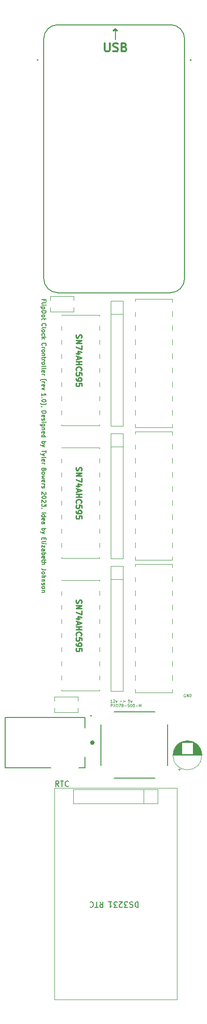
<source format=gto>
%TF.GenerationSoftware,KiCad,Pcbnew,(7.0.0)*%
%TF.CreationDate,2023-05-15T22:46:06-04:00*%
%TF.ProjectId,clockPCB,636c6f63-6b50-4434-922e-6b696361645f,rev?*%
%TF.SameCoordinates,Original*%
%TF.FileFunction,Legend,Top*%
%TF.FilePolarity,Positive*%
%FSLAX46Y46*%
G04 Gerber Fmt 4.6, Leading zero omitted, Abs format (unit mm)*
G04 Created by KiCad (PCBNEW (7.0.0)) date 2023-05-15 22:46:06*
%MOMM*%
%LPD*%
G01*
G04 APERTURE LIST*
%ADD10C,0.150000*%
%ADD11C,0.300000*%
%ADD12C,0.125000*%
%ADD13C,0.250000*%
%ADD14C,0.120000*%
%ADD15C,0.127000*%
%ADD16C,0.200000*%
%ADD17C,0.400000*%
%ADD18C,0.100000*%
%ADD19R,2.286000X1.524000*%
%ADD20C,1.600000*%
%ADD21R,1.600000X1.600000*%
%ADD22R,2.286000X6.096000*%
%ADD23R,1.295400X1.295400*%
%ADD24C,1.295400*%
%ADD25C,3.200000*%
%ADD26R,1.930000X1.930000*%
%ADD27C,1.930000*%
%ADD28C,1.200000*%
%ADD29O,2.500000X5.000000*%
%ADD30O,2.250000X4.500000*%
%ADD31O,4.500000X2.250000*%
%ADD32R,1.227074X1.227074*%
%ADD33C,1.227074*%
%ADD34C,1.524000*%
%ADD35R,2.500000X2.500000*%
G04 APERTURE END LIST*
D10*
X135839200Y-18059400D02*
X135839200Y-19888200D01*
D11*
X135546857Y-18238428D02*
X135832571Y-18024142D01*
X135832571Y-18024142D02*
X136118285Y-18238428D01*
X133961142Y-20525571D02*
X133961142Y-21739857D01*
X133961142Y-21739857D02*
X134032571Y-21882714D01*
X134032571Y-21882714D02*
X134104000Y-21954142D01*
X134104000Y-21954142D02*
X134246857Y-22025571D01*
X134246857Y-22025571D02*
X134532571Y-22025571D01*
X134532571Y-22025571D02*
X134675428Y-21954142D01*
X134675428Y-21954142D02*
X134746857Y-21882714D01*
X134746857Y-21882714D02*
X134818285Y-21739857D01*
X134818285Y-21739857D02*
X134818285Y-20525571D01*
X135461143Y-21954142D02*
X135675429Y-22025571D01*
X135675429Y-22025571D02*
X136032571Y-22025571D01*
X136032571Y-22025571D02*
X136175429Y-21954142D01*
X136175429Y-21954142D02*
X136246857Y-21882714D01*
X136246857Y-21882714D02*
X136318286Y-21739857D01*
X136318286Y-21739857D02*
X136318286Y-21597000D01*
X136318286Y-21597000D02*
X136246857Y-21454142D01*
X136246857Y-21454142D02*
X136175429Y-21382714D01*
X136175429Y-21382714D02*
X136032571Y-21311285D01*
X136032571Y-21311285D02*
X135746857Y-21239857D01*
X135746857Y-21239857D02*
X135604000Y-21168428D01*
X135604000Y-21168428D02*
X135532571Y-21097000D01*
X135532571Y-21097000D02*
X135461143Y-20954142D01*
X135461143Y-20954142D02*
X135461143Y-20811285D01*
X135461143Y-20811285D02*
X135532571Y-20668428D01*
X135532571Y-20668428D02*
X135604000Y-20597000D01*
X135604000Y-20597000D02*
X135746857Y-20525571D01*
X135746857Y-20525571D02*
X136104000Y-20525571D01*
X136104000Y-20525571D02*
X136318286Y-20597000D01*
X137461142Y-21239857D02*
X137675428Y-21311285D01*
X137675428Y-21311285D02*
X137746857Y-21382714D01*
X137746857Y-21382714D02*
X137818285Y-21525571D01*
X137818285Y-21525571D02*
X137818285Y-21739857D01*
X137818285Y-21739857D02*
X137746857Y-21882714D01*
X137746857Y-21882714D02*
X137675428Y-21954142D01*
X137675428Y-21954142D02*
X137532571Y-22025571D01*
X137532571Y-22025571D02*
X136961142Y-22025571D01*
X136961142Y-22025571D02*
X136961142Y-20525571D01*
X136961142Y-20525571D02*
X137461142Y-20525571D01*
X137461142Y-20525571D02*
X137604000Y-20597000D01*
X137604000Y-20597000D02*
X137675428Y-20668428D01*
X137675428Y-20668428D02*
X137746857Y-20811285D01*
X137746857Y-20811285D02*
X137746857Y-20954142D01*
X137746857Y-20954142D02*
X137675428Y-21097000D01*
X137675428Y-21097000D02*
X137604000Y-21168428D01*
X137604000Y-21168428D02*
X137461142Y-21239857D01*
X137461142Y-21239857D02*
X136961142Y-21239857D01*
D12*
X135254952Y-139225690D02*
X134969238Y-139225690D01*
X135112095Y-139225690D02*
X135112095Y-138725690D01*
X135112095Y-138725690D02*
X135064476Y-138797119D01*
X135064476Y-138797119D02*
X135016857Y-138844738D01*
X135016857Y-138844738D02*
X134969238Y-138868547D01*
X135445428Y-138773309D02*
X135469237Y-138749500D01*
X135469237Y-138749500D02*
X135516856Y-138725690D01*
X135516856Y-138725690D02*
X135635904Y-138725690D01*
X135635904Y-138725690D02*
X135683523Y-138749500D01*
X135683523Y-138749500D02*
X135707332Y-138773309D01*
X135707332Y-138773309D02*
X135731142Y-138820928D01*
X135731142Y-138820928D02*
X135731142Y-138868547D01*
X135731142Y-138868547D02*
X135707332Y-138939976D01*
X135707332Y-138939976D02*
X135421618Y-139225690D01*
X135421618Y-139225690D02*
X135731142Y-139225690D01*
X135897808Y-138892357D02*
X136016856Y-139225690D01*
X136016856Y-139225690D02*
X136135903Y-138892357D01*
X136626379Y-139035214D02*
X137007332Y-139035214D01*
X137245427Y-138892357D02*
X137626380Y-139035214D01*
X137626380Y-139035214D02*
X137245427Y-139178071D01*
X138402570Y-138725690D02*
X138164475Y-138725690D01*
X138164475Y-138725690D02*
X138140666Y-138963785D01*
X138140666Y-138963785D02*
X138164475Y-138939976D01*
X138164475Y-138939976D02*
X138212094Y-138916166D01*
X138212094Y-138916166D02*
X138331142Y-138916166D01*
X138331142Y-138916166D02*
X138378761Y-138939976D01*
X138378761Y-138939976D02*
X138402570Y-138963785D01*
X138402570Y-138963785D02*
X138426380Y-139011404D01*
X138426380Y-139011404D02*
X138426380Y-139130452D01*
X138426380Y-139130452D02*
X138402570Y-139178071D01*
X138402570Y-139178071D02*
X138378761Y-139201880D01*
X138378761Y-139201880D02*
X138331142Y-139225690D01*
X138331142Y-139225690D02*
X138212094Y-139225690D01*
X138212094Y-139225690D02*
X138164475Y-139201880D01*
X138164475Y-139201880D02*
X138140666Y-139178071D01*
X138593046Y-138892357D02*
X138712094Y-139225690D01*
X138712094Y-139225690D02*
X138831141Y-138892357D01*
X134993047Y-140035690D02*
X134993047Y-139535690D01*
X134993047Y-139535690D02*
X135183523Y-139535690D01*
X135183523Y-139535690D02*
X135231142Y-139559500D01*
X135231142Y-139559500D02*
X135254952Y-139583309D01*
X135254952Y-139583309D02*
X135278761Y-139630928D01*
X135278761Y-139630928D02*
X135278761Y-139702357D01*
X135278761Y-139702357D02*
X135254952Y-139749976D01*
X135254952Y-139749976D02*
X135231142Y-139773785D01*
X135231142Y-139773785D02*
X135183523Y-139797595D01*
X135183523Y-139797595D02*
X134993047Y-139797595D01*
X135445428Y-139535690D02*
X135778761Y-140035690D01*
X135778761Y-139535690D02*
X135445428Y-140035690D01*
X136064475Y-139535690D02*
X136159713Y-139535690D01*
X136159713Y-139535690D02*
X136207332Y-139559500D01*
X136207332Y-139559500D02*
X136254951Y-139607119D01*
X136254951Y-139607119D02*
X136278761Y-139702357D01*
X136278761Y-139702357D02*
X136278761Y-139869023D01*
X136278761Y-139869023D02*
X136254951Y-139964261D01*
X136254951Y-139964261D02*
X136207332Y-140011880D01*
X136207332Y-140011880D02*
X136159713Y-140035690D01*
X136159713Y-140035690D02*
X136064475Y-140035690D01*
X136064475Y-140035690D02*
X136016856Y-140011880D01*
X136016856Y-140011880D02*
X135969237Y-139964261D01*
X135969237Y-139964261D02*
X135945428Y-139869023D01*
X135945428Y-139869023D02*
X135945428Y-139702357D01*
X135945428Y-139702357D02*
X135969237Y-139607119D01*
X135969237Y-139607119D02*
X136016856Y-139559500D01*
X136016856Y-139559500D02*
X136064475Y-139535690D01*
X136445428Y-139535690D02*
X136778761Y-139535690D01*
X136778761Y-139535690D02*
X136564476Y-140035690D01*
X137040666Y-139749976D02*
X136993047Y-139726166D01*
X136993047Y-139726166D02*
X136969237Y-139702357D01*
X136969237Y-139702357D02*
X136945428Y-139654738D01*
X136945428Y-139654738D02*
X136945428Y-139630928D01*
X136945428Y-139630928D02*
X136969237Y-139583309D01*
X136969237Y-139583309D02*
X136993047Y-139559500D01*
X136993047Y-139559500D02*
X137040666Y-139535690D01*
X137040666Y-139535690D02*
X137135904Y-139535690D01*
X137135904Y-139535690D02*
X137183523Y-139559500D01*
X137183523Y-139559500D02*
X137207332Y-139583309D01*
X137207332Y-139583309D02*
X137231142Y-139630928D01*
X137231142Y-139630928D02*
X137231142Y-139654738D01*
X137231142Y-139654738D02*
X137207332Y-139702357D01*
X137207332Y-139702357D02*
X137183523Y-139726166D01*
X137183523Y-139726166D02*
X137135904Y-139749976D01*
X137135904Y-139749976D02*
X137040666Y-139749976D01*
X137040666Y-139749976D02*
X136993047Y-139773785D01*
X136993047Y-139773785D02*
X136969237Y-139797595D01*
X136969237Y-139797595D02*
X136945428Y-139845214D01*
X136945428Y-139845214D02*
X136945428Y-139940452D01*
X136945428Y-139940452D02*
X136969237Y-139988071D01*
X136969237Y-139988071D02*
X136993047Y-140011880D01*
X136993047Y-140011880D02*
X137040666Y-140035690D01*
X137040666Y-140035690D02*
X137135904Y-140035690D01*
X137135904Y-140035690D02*
X137183523Y-140011880D01*
X137183523Y-140011880D02*
X137207332Y-139988071D01*
X137207332Y-139988071D02*
X137231142Y-139940452D01*
X137231142Y-139940452D02*
X137231142Y-139845214D01*
X137231142Y-139845214D02*
X137207332Y-139797595D01*
X137207332Y-139797595D02*
X137183523Y-139773785D01*
X137183523Y-139773785D02*
X137135904Y-139749976D01*
X137445427Y-139845214D02*
X137826380Y-139845214D01*
X138302570Y-139535690D02*
X138064475Y-139535690D01*
X138064475Y-139535690D02*
X138040666Y-139773785D01*
X138040666Y-139773785D02*
X138064475Y-139749976D01*
X138064475Y-139749976D02*
X138112094Y-139726166D01*
X138112094Y-139726166D02*
X138231142Y-139726166D01*
X138231142Y-139726166D02*
X138278761Y-139749976D01*
X138278761Y-139749976D02*
X138302570Y-139773785D01*
X138302570Y-139773785D02*
X138326380Y-139821404D01*
X138326380Y-139821404D02*
X138326380Y-139940452D01*
X138326380Y-139940452D02*
X138302570Y-139988071D01*
X138302570Y-139988071D02*
X138278761Y-140011880D01*
X138278761Y-140011880D02*
X138231142Y-140035690D01*
X138231142Y-140035690D02*
X138112094Y-140035690D01*
X138112094Y-140035690D02*
X138064475Y-140011880D01*
X138064475Y-140011880D02*
X138040666Y-139988071D01*
X138635903Y-139535690D02*
X138683522Y-139535690D01*
X138683522Y-139535690D02*
X138731141Y-139559500D01*
X138731141Y-139559500D02*
X138754951Y-139583309D01*
X138754951Y-139583309D02*
X138778760Y-139630928D01*
X138778760Y-139630928D02*
X138802570Y-139726166D01*
X138802570Y-139726166D02*
X138802570Y-139845214D01*
X138802570Y-139845214D02*
X138778760Y-139940452D01*
X138778760Y-139940452D02*
X138754951Y-139988071D01*
X138754951Y-139988071D02*
X138731141Y-140011880D01*
X138731141Y-140011880D02*
X138683522Y-140035690D01*
X138683522Y-140035690D02*
X138635903Y-140035690D01*
X138635903Y-140035690D02*
X138588284Y-140011880D01*
X138588284Y-140011880D02*
X138564475Y-139988071D01*
X138564475Y-139988071D02*
X138540665Y-139940452D01*
X138540665Y-139940452D02*
X138516856Y-139845214D01*
X138516856Y-139845214D02*
X138516856Y-139726166D01*
X138516856Y-139726166D02*
X138540665Y-139630928D01*
X138540665Y-139630928D02*
X138564475Y-139583309D01*
X138564475Y-139583309D02*
X138588284Y-139559500D01*
X138588284Y-139559500D02*
X138635903Y-139535690D01*
X139112093Y-139535690D02*
X139159712Y-139535690D01*
X139159712Y-139535690D02*
X139207331Y-139559500D01*
X139207331Y-139559500D02*
X139231141Y-139583309D01*
X139231141Y-139583309D02*
X139254950Y-139630928D01*
X139254950Y-139630928D02*
X139278760Y-139726166D01*
X139278760Y-139726166D02*
X139278760Y-139845214D01*
X139278760Y-139845214D02*
X139254950Y-139940452D01*
X139254950Y-139940452D02*
X139231141Y-139988071D01*
X139231141Y-139988071D02*
X139207331Y-140011880D01*
X139207331Y-140011880D02*
X139159712Y-140035690D01*
X139159712Y-140035690D02*
X139112093Y-140035690D01*
X139112093Y-140035690D02*
X139064474Y-140011880D01*
X139064474Y-140011880D02*
X139040665Y-139988071D01*
X139040665Y-139988071D02*
X139016855Y-139940452D01*
X139016855Y-139940452D02*
X138993046Y-139845214D01*
X138993046Y-139845214D02*
X138993046Y-139726166D01*
X138993046Y-139726166D02*
X139016855Y-139630928D01*
X139016855Y-139630928D02*
X139040665Y-139583309D01*
X139040665Y-139583309D02*
X139064474Y-139559500D01*
X139064474Y-139559500D02*
X139112093Y-139535690D01*
X139493045Y-139845214D02*
X139873998Y-139845214D01*
X140112093Y-140035690D02*
X140112093Y-139535690D01*
X140112093Y-139535690D02*
X140278760Y-139892833D01*
X140278760Y-139892833D02*
X140445426Y-139535690D01*
X140445426Y-139535690D02*
X140445426Y-140035690D01*
D13*
X128789238Y-120776976D02*
X128741619Y-120919833D01*
X128741619Y-120919833D02*
X128741619Y-121157928D01*
X128741619Y-121157928D02*
X128789238Y-121253166D01*
X128789238Y-121253166D02*
X128836857Y-121300785D01*
X128836857Y-121300785D02*
X128932095Y-121348404D01*
X128932095Y-121348404D02*
X129027333Y-121348404D01*
X129027333Y-121348404D02*
X129122571Y-121300785D01*
X129122571Y-121300785D02*
X129170190Y-121253166D01*
X129170190Y-121253166D02*
X129217809Y-121157928D01*
X129217809Y-121157928D02*
X129265428Y-120967452D01*
X129265428Y-120967452D02*
X129313047Y-120872214D01*
X129313047Y-120872214D02*
X129360666Y-120824595D01*
X129360666Y-120824595D02*
X129455904Y-120776976D01*
X129455904Y-120776976D02*
X129551142Y-120776976D01*
X129551142Y-120776976D02*
X129646380Y-120824595D01*
X129646380Y-120824595D02*
X129694000Y-120872214D01*
X129694000Y-120872214D02*
X129741619Y-120967452D01*
X129741619Y-120967452D02*
X129741619Y-121205547D01*
X129741619Y-121205547D02*
X129694000Y-121348404D01*
X128741619Y-121776976D02*
X129741619Y-121776976D01*
X129741619Y-121776976D02*
X128741619Y-122348404D01*
X128741619Y-122348404D02*
X129741619Y-122348404D01*
X129741619Y-122729357D02*
X129741619Y-123396023D01*
X129741619Y-123396023D02*
X128741619Y-122967452D01*
X129408285Y-124205547D02*
X128741619Y-124205547D01*
X129789238Y-123967452D02*
X129074952Y-123729357D01*
X129074952Y-123729357D02*
X129074952Y-124348404D01*
X129027333Y-124681738D02*
X129027333Y-125157928D01*
X128741619Y-124586500D02*
X129741619Y-124919833D01*
X129741619Y-124919833D02*
X128741619Y-125253166D01*
X128741619Y-125586500D02*
X129741619Y-125586500D01*
X129265428Y-125586500D02*
X129265428Y-126157928D01*
X128741619Y-126157928D02*
X129741619Y-126157928D01*
X128836857Y-127205547D02*
X128789238Y-127157928D01*
X128789238Y-127157928D02*
X128741619Y-127015071D01*
X128741619Y-127015071D02*
X128741619Y-126919833D01*
X128741619Y-126919833D02*
X128789238Y-126776976D01*
X128789238Y-126776976D02*
X128884476Y-126681738D01*
X128884476Y-126681738D02*
X128979714Y-126634119D01*
X128979714Y-126634119D02*
X129170190Y-126586500D01*
X129170190Y-126586500D02*
X129313047Y-126586500D01*
X129313047Y-126586500D02*
X129503523Y-126634119D01*
X129503523Y-126634119D02*
X129598761Y-126681738D01*
X129598761Y-126681738D02*
X129694000Y-126776976D01*
X129694000Y-126776976D02*
X129741619Y-126919833D01*
X129741619Y-126919833D02*
X129741619Y-127015071D01*
X129741619Y-127015071D02*
X129694000Y-127157928D01*
X129694000Y-127157928D02*
X129646380Y-127205547D01*
X129741619Y-128110309D02*
X129741619Y-127634119D01*
X129741619Y-127634119D02*
X129265428Y-127586500D01*
X129265428Y-127586500D02*
X129313047Y-127634119D01*
X129313047Y-127634119D02*
X129360666Y-127729357D01*
X129360666Y-127729357D02*
X129360666Y-127967452D01*
X129360666Y-127967452D02*
X129313047Y-128062690D01*
X129313047Y-128062690D02*
X129265428Y-128110309D01*
X129265428Y-128110309D02*
X129170190Y-128157928D01*
X129170190Y-128157928D02*
X128932095Y-128157928D01*
X128932095Y-128157928D02*
X128836857Y-128110309D01*
X128836857Y-128110309D02*
X128789238Y-128062690D01*
X128789238Y-128062690D02*
X128741619Y-127967452D01*
X128741619Y-127967452D02*
X128741619Y-127729357D01*
X128741619Y-127729357D02*
X128789238Y-127634119D01*
X128789238Y-127634119D02*
X128836857Y-127586500D01*
X128741619Y-128634119D02*
X128741619Y-128824595D01*
X128741619Y-128824595D02*
X128789238Y-128919833D01*
X128789238Y-128919833D02*
X128836857Y-128967452D01*
X128836857Y-128967452D02*
X128979714Y-129062690D01*
X128979714Y-129062690D02*
X129170190Y-129110309D01*
X129170190Y-129110309D02*
X129551142Y-129110309D01*
X129551142Y-129110309D02*
X129646380Y-129062690D01*
X129646380Y-129062690D02*
X129694000Y-129015071D01*
X129694000Y-129015071D02*
X129741619Y-128919833D01*
X129741619Y-128919833D02*
X129741619Y-128729357D01*
X129741619Y-128729357D02*
X129694000Y-128634119D01*
X129694000Y-128634119D02*
X129646380Y-128586500D01*
X129646380Y-128586500D02*
X129551142Y-128538881D01*
X129551142Y-128538881D02*
X129313047Y-128538881D01*
X129313047Y-128538881D02*
X129217809Y-128586500D01*
X129217809Y-128586500D02*
X129170190Y-128634119D01*
X129170190Y-128634119D02*
X129122571Y-128729357D01*
X129122571Y-128729357D02*
X129122571Y-128919833D01*
X129122571Y-128919833D02*
X129170190Y-129015071D01*
X129170190Y-129015071D02*
X129217809Y-129062690D01*
X129217809Y-129062690D02*
X129313047Y-129110309D01*
X129741619Y-130015071D02*
X129741619Y-129538881D01*
X129741619Y-129538881D02*
X129265428Y-129491262D01*
X129265428Y-129491262D02*
X129313047Y-129538881D01*
X129313047Y-129538881D02*
X129360666Y-129634119D01*
X129360666Y-129634119D02*
X129360666Y-129872214D01*
X129360666Y-129872214D02*
X129313047Y-129967452D01*
X129313047Y-129967452D02*
X129265428Y-130015071D01*
X129265428Y-130015071D02*
X129170190Y-130062690D01*
X129170190Y-130062690D02*
X128932095Y-130062690D01*
X128932095Y-130062690D02*
X128836857Y-130015071D01*
X128836857Y-130015071D02*
X128789238Y-129967452D01*
X128789238Y-129967452D02*
X128741619Y-129872214D01*
X128741619Y-129872214D02*
X128741619Y-129634119D01*
X128741619Y-129634119D02*
X128789238Y-129538881D01*
X128789238Y-129538881D02*
X128836857Y-129491262D01*
D12*
X148462952Y-137781500D02*
X148415333Y-137757690D01*
X148415333Y-137757690D02*
X148343904Y-137757690D01*
X148343904Y-137757690D02*
X148272476Y-137781500D01*
X148272476Y-137781500D02*
X148224857Y-137829119D01*
X148224857Y-137829119D02*
X148201047Y-137876738D01*
X148201047Y-137876738D02*
X148177238Y-137971976D01*
X148177238Y-137971976D02*
X148177238Y-138043404D01*
X148177238Y-138043404D02*
X148201047Y-138138642D01*
X148201047Y-138138642D02*
X148224857Y-138186261D01*
X148224857Y-138186261D02*
X148272476Y-138233880D01*
X148272476Y-138233880D02*
X148343904Y-138257690D01*
X148343904Y-138257690D02*
X148391523Y-138257690D01*
X148391523Y-138257690D02*
X148462952Y-138233880D01*
X148462952Y-138233880D02*
X148486761Y-138210071D01*
X148486761Y-138210071D02*
X148486761Y-138043404D01*
X148486761Y-138043404D02*
X148391523Y-138043404D01*
X148701047Y-138257690D02*
X148701047Y-137757690D01*
X148701047Y-137757690D02*
X148986761Y-138257690D01*
X148986761Y-138257690D02*
X148986761Y-137757690D01*
X149224857Y-138257690D02*
X149224857Y-137757690D01*
X149224857Y-137757690D02*
X149343905Y-137757690D01*
X149343905Y-137757690D02*
X149415333Y-137781500D01*
X149415333Y-137781500D02*
X149462952Y-137829119D01*
X149462952Y-137829119D02*
X149486762Y-137876738D01*
X149486762Y-137876738D02*
X149510571Y-137971976D01*
X149510571Y-137971976D02*
X149510571Y-138043404D01*
X149510571Y-138043404D02*
X149486762Y-138138642D01*
X149486762Y-138138642D02*
X149462952Y-138186261D01*
X149462952Y-138186261D02*
X149415333Y-138233880D01*
X149415333Y-138233880D02*
X149343905Y-138257690D01*
X149343905Y-138257690D02*
X149224857Y-138257690D01*
D13*
X128789238Y-73024976D02*
X128741619Y-73167833D01*
X128741619Y-73167833D02*
X128741619Y-73405928D01*
X128741619Y-73405928D02*
X128789238Y-73501166D01*
X128789238Y-73501166D02*
X128836857Y-73548785D01*
X128836857Y-73548785D02*
X128932095Y-73596404D01*
X128932095Y-73596404D02*
X129027333Y-73596404D01*
X129027333Y-73596404D02*
X129122571Y-73548785D01*
X129122571Y-73548785D02*
X129170190Y-73501166D01*
X129170190Y-73501166D02*
X129217809Y-73405928D01*
X129217809Y-73405928D02*
X129265428Y-73215452D01*
X129265428Y-73215452D02*
X129313047Y-73120214D01*
X129313047Y-73120214D02*
X129360666Y-73072595D01*
X129360666Y-73072595D02*
X129455904Y-73024976D01*
X129455904Y-73024976D02*
X129551142Y-73024976D01*
X129551142Y-73024976D02*
X129646380Y-73072595D01*
X129646380Y-73072595D02*
X129694000Y-73120214D01*
X129694000Y-73120214D02*
X129741619Y-73215452D01*
X129741619Y-73215452D02*
X129741619Y-73453547D01*
X129741619Y-73453547D02*
X129694000Y-73596404D01*
X128741619Y-74024976D02*
X129741619Y-74024976D01*
X129741619Y-74024976D02*
X128741619Y-74596404D01*
X128741619Y-74596404D02*
X129741619Y-74596404D01*
X129741619Y-74977357D02*
X129741619Y-75644023D01*
X129741619Y-75644023D02*
X128741619Y-75215452D01*
X129408285Y-76453547D02*
X128741619Y-76453547D01*
X129789238Y-76215452D02*
X129074952Y-75977357D01*
X129074952Y-75977357D02*
X129074952Y-76596404D01*
X129027333Y-76929738D02*
X129027333Y-77405928D01*
X128741619Y-76834500D02*
X129741619Y-77167833D01*
X129741619Y-77167833D02*
X128741619Y-77501166D01*
X128741619Y-77834500D02*
X129741619Y-77834500D01*
X129265428Y-77834500D02*
X129265428Y-78405928D01*
X128741619Y-78405928D02*
X129741619Y-78405928D01*
X128836857Y-79453547D02*
X128789238Y-79405928D01*
X128789238Y-79405928D02*
X128741619Y-79263071D01*
X128741619Y-79263071D02*
X128741619Y-79167833D01*
X128741619Y-79167833D02*
X128789238Y-79024976D01*
X128789238Y-79024976D02*
X128884476Y-78929738D01*
X128884476Y-78929738D02*
X128979714Y-78882119D01*
X128979714Y-78882119D02*
X129170190Y-78834500D01*
X129170190Y-78834500D02*
X129313047Y-78834500D01*
X129313047Y-78834500D02*
X129503523Y-78882119D01*
X129503523Y-78882119D02*
X129598761Y-78929738D01*
X129598761Y-78929738D02*
X129694000Y-79024976D01*
X129694000Y-79024976D02*
X129741619Y-79167833D01*
X129741619Y-79167833D02*
X129741619Y-79263071D01*
X129741619Y-79263071D02*
X129694000Y-79405928D01*
X129694000Y-79405928D02*
X129646380Y-79453547D01*
X129741619Y-80358309D02*
X129741619Y-79882119D01*
X129741619Y-79882119D02*
X129265428Y-79834500D01*
X129265428Y-79834500D02*
X129313047Y-79882119D01*
X129313047Y-79882119D02*
X129360666Y-79977357D01*
X129360666Y-79977357D02*
X129360666Y-80215452D01*
X129360666Y-80215452D02*
X129313047Y-80310690D01*
X129313047Y-80310690D02*
X129265428Y-80358309D01*
X129265428Y-80358309D02*
X129170190Y-80405928D01*
X129170190Y-80405928D02*
X128932095Y-80405928D01*
X128932095Y-80405928D02*
X128836857Y-80358309D01*
X128836857Y-80358309D02*
X128789238Y-80310690D01*
X128789238Y-80310690D02*
X128741619Y-80215452D01*
X128741619Y-80215452D02*
X128741619Y-79977357D01*
X128741619Y-79977357D02*
X128789238Y-79882119D01*
X128789238Y-79882119D02*
X128836857Y-79834500D01*
X128741619Y-80882119D02*
X128741619Y-81072595D01*
X128741619Y-81072595D02*
X128789238Y-81167833D01*
X128789238Y-81167833D02*
X128836857Y-81215452D01*
X128836857Y-81215452D02*
X128979714Y-81310690D01*
X128979714Y-81310690D02*
X129170190Y-81358309D01*
X129170190Y-81358309D02*
X129551142Y-81358309D01*
X129551142Y-81358309D02*
X129646380Y-81310690D01*
X129646380Y-81310690D02*
X129694000Y-81263071D01*
X129694000Y-81263071D02*
X129741619Y-81167833D01*
X129741619Y-81167833D02*
X129741619Y-80977357D01*
X129741619Y-80977357D02*
X129694000Y-80882119D01*
X129694000Y-80882119D02*
X129646380Y-80834500D01*
X129646380Y-80834500D02*
X129551142Y-80786881D01*
X129551142Y-80786881D02*
X129313047Y-80786881D01*
X129313047Y-80786881D02*
X129217809Y-80834500D01*
X129217809Y-80834500D02*
X129170190Y-80882119D01*
X129170190Y-80882119D02*
X129122571Y-80977357D01*
X129122571Y-80977357D02*
X129122571Y-81167833D01*
X129122571Y-81167833D02*
X129170190Y-81263071D01*
X129170190Y-81263071D02*
X129217809Y-81310690D01*
X129217809Y-81310690D02*
X129313047Y-81358309D01*
X129741619Y-82263071D02*
X129741619Y-81786881D01*
X129741619Y-81786881D02*
X129265428Y-81739262D01*
X129265428Y-81739262D02*
X129313047Y-81786881D01*
X129313047Y-81786881D02*
X129360666Y-81882119D01*
X129360666Y-81882119D02*
X129360666Y-82120214D01*
X129360666Y-82120214D02*
X129313047Y-82215452D01*
X129313047Y-82215452D02*
X129265428Y-82263071D01*
X129265428Y-82263071D02*
X129170190Y-82310690D01*
X129170190Y-82310690D02*
X128932095Y-82310690D01*
X128932095Y-82310690D02*
X128836857Y-82263071D01*
X128836857Y-82263071D02*
X128789238Y-82215452D01*
X128789238Y-82215452D02*
X128741619Y-82120214D01*
X128741619Y-82120214D02*
X128741619Y-81882119D01*
X128741619Y-81882119D02*
X128789238Y-81786881D01*
X128789238Y-81786881D02*
X128836857Y-81739262D01*
D10*
X125650523Y-154404880D02*
X125317190Y-153928690D01*
X125079095Y-154404880D02*
X125079095Y-153404880D01*
X125079095Y-153404880D02*
X125460047Y-153404880D01*
X125460047Y-153404880D02*
X125555285Y-153452500D01*
X125555285Y-153452500D02*
X125602904Y-153500119D01*
X125602904Y-153500119D02*
X125650523Y-153595357D01*
X125650523Y-153595357D02*
X125650523Y-153738214D01*
X125650523Y-153738214D02*
X125602904Y-153833452D01*
X125602904Y-153833452D02*
X125555285Y-153881071D01*
X125555285Y-153881071D02*
X125460047Y-153928690D01*
X125460047Y-153928690D02*
X125079095Y-153928690D01*
X125936238Y-153404880D02*
X126507666Y-153404880D01*
X126221952Y-154404880D02*
X126221952Y-153404880D01*
X127412428Y-154309642D02*
X127364809Y-154357261D01*
X127364809Y-154357261D02*
X127221952Y-154404880D01*
X127221952Y-154404880D02*
X127126714Y-154404880D01*
X127126714Y-154404880D02*
X126983857Y-154357261D01*
X126983857Y-154357261D02*
X126888619Y-154262023D01*
X126888619Y-154262023D02*
X126841000Y-154166785D01*
X126841000Y-154166785D02*
X126793381Y-153976309D01*
X126793381Y-153976309D02*
X126793381Y-153833452D01*
X126793381Y-153833452D02*
X126841000Y-153642976D01*
X126841000Y-153642976D02*
X126888619Y-153547738D01*
X126888619Y-153547738D02*
X126983857Y-153452500D01*
X126983857Y-153452500D02*
X127126714Y-153404880D01*
X127126714Y-153404880D02*
X127221952Y-153404880D01*
X127221952Y-153404880D02*
X127364809Y-153452500D01*
X127364809Y-153452500D02*
X127412428Y-153500119D01*
D13*
X128789238Y-96900976D02*
X128741619Y-97043833D01*
X128741619Y-97043833D02*
X128741619Y-97281928D01*
X128741619Y-97281928D02*
X128789238Y-97377166D01*
X128789238Y-97377166D02*
X128836857Y-97424785D01*
X128836857Y-97424785D02*
X128932095Y-97472404D01*
X128932095Y-97472404D02*
X129027333Y-97472404D01*
X129027333Y-97472404D02*
X129122571Y-97424785D01*
X129122571Y-97424785D02*
X129170190Y-97377166D01*
X129170190Y-97377166D02*
X129217809Y-97281928D01*
X129217809Y-97281928D02*
X129265428Y-97091452D01*
X129265428Y-97091452D02*
X129313047Y-96996214D01*
X129313047Y-96996214D02*
X129360666Y-96948595D01*
X129360666Y-96948595D02*
X129455904Y-96900976D01*
X129455904Y-96900976D02*
X129551142Y-96900976D01*
X129551142Y-96900976D02*
X129646380Y-96948595D01*
X129646380Y-96948595D02*
X129694000Y-96996214D01*
X129694000Y-96996214D02*
X129741619Y-97091452D01*
X129741619Y-97091452D02*
X129741619Y-97329547D01*
X129741619Y-97329547D02*
X129694000Y-97472404D01*
X128741619Y-97900976D02*
X129741619Y-97900976D01*
X129741619Y-97900976D02*
X128741619Y-98472404D01*
X128741619Y-98472404D02*
X129741619Y-98472404D01*
X129741619Y-98853357D02*
X129741619Y-99520023D01*
X129741619Y-99520023D02*
X128741619Y-99091452D01*
X129408285Y-100329547D02*
X128741619Y-100329547D01*
X129789238Y-100091452D02*
X129074952Y-99853357D01*
X129074952Y-99853357D02*
X129074952Y-100472404D01*
X129027333Y-100805738D02*
X129027333Y-101281928D01*
X128741619Y-100710500D02*
X129741619Y-101043833D01*
X129741619Y-101043833D02*
X128741619Y-101377166D01*
X128741619Y-101710500D02*
X129741619Y-101710500D01*
X129265428Y-101710500D02*
X129265428Y-102281928D01*
X128741619Y-102281928D02*
X129741619Y-102281928D01*
X128836857Y-103329547D02*
X128789238Y-103281928D01*
X128789238Y-103281928D02*
X128741619Y-103139071D01*
X128741619Y-103139071D02*
X128741619Y-103043833D01*
X128741619Y-103043833D02*
X128789238Y-102900976D01*
X128789238Y-102900976D02*
X128884476Y-102805738D01*
X128884476Y-102805738D02*
X128979714Y-102758119D01*
X128979714Y-102758119D02*
X129170190Y-102710500D01*
X129170190Y-102710500D02*
X129313047Y-102710500D01*
X129313047Y-102710500D02*
X129503523Y-102758119D01*
X129503523Y-102758119D02*
X129598761Y-102805738D01*
X129598761Y-102805738D02*
X129694000Y-102900976D01*
X129694000Y-102900976D02*
X129741619Y-103043833D01*
X129741619Y-103043833D02*
X129741619Y-103139071D01*
X129741619Y-103139071D02*
X129694000Y-103281928D01*
X129694000Y-103281928D02*
X129646380Y-103329547D01*
X129741619Y-104234309D02*
X129741619Y-103758119D01*
X129741619Y-103758119D02*
X129265428Y-103710500D01*
X129265428Y-103710500D02*
X129313047Y-103758119D01*
X129313047Y-103758119D02*
X129360666Y-103853357D01*
X129360666Y-103853357D02*
X129360666Y-104091452D01*
X129360666Y-104091452D02*
X129313047Y-104186690D01*
X129313047Y-104186690D02*
X129265428Y-104234309D01*
X129265428Y-104234309D02*
X129170190Y-104281928D01*
X129170190Y-104281928D02*
X128932095Y-104281928D01*
X128932095Y-104281928D02*
X128836857Y-104234309D01*
X128836857Y-104234309D02*
X128789238Y-104186690D01*
X128789238Y-104186690D02*
X128741619Y-104091452D01*
X128741619Y-104091452D02*
X128741619Y-103853357D01*
X128741619Y-103853357D02*
X128789238Y-103758119D01*
X128789238Y-103758119D02*
X128836857Y-103710500D01*
X128741619Y-104758119D02*
X128741619Y-104948595D01*
X128741619Y-104948595D02*
X128789238Y-105043833D01*
X128789238Y-105043833D02*
X128836857Y-105091452D01*
X128836857Y-105091452D02*
X128979714Y-105186690D01*
X128979714Y-105186690D02*
X129170190Y-105234309D01*
X129170190Y-105234309D02*
X129551142Y-105234309D01*
X129551142Y-105234309D02*
X129646380Y-105186690D01*
X129646380Y-105186690D02*
X129694000Y-105139071D01*
X129694000Y-105139071D02*
X129741619Y-105043833D01*
X129741619Y-105043833D02*
X129741619Y-104853357D01*
X129741619Y-104853357D02*
X129694000Y-104758119D01*
X129694000Y-104758119D02*
X129646380Y-104710500D01*
X129646380Y-104710500D02*
X129551142Y-104662881D01*
X129551142Y-104662881D02*
X129313047Y-104662881D01*
X129313047Y-104662881D02*
X129217809Y-104710500D01*
X129217809Y-104710500D02*
X129170190Y-104758119D01*
X129170190Y-104758119D02*
X129122571Y-104853357D01*
X129122571Y-104853357D02*
X129122571Y-105043833D01*
X129122571Y-105043833D02*
X129170190Y-105139071D01*
X129170190Y-105139071D02*
X129217809Y-105186690D01*
X129217809Y-105186690D02*
X129313047Y-105234309D01*
X129741619Y-106139071D02*
X129741619Y-105662881D01*
X129741619Y-105662881D02*
X129265428Y-105615262D01*
X129265428Y-105615262D02*
X129313047Y-105662881D01*
X129313047Y-105662881D02*
X129360666Y-105758119D01*
X129360666Y-105758119D02*
X129360666Y-105996214D01*
X129360666Y-105996214D02*
X129313047Y-106091452D01*
X129313047Y-106091452D02*
X129265428Y-106139071D01*
X129265428Y-106139071D02*
X129170190Y-106186690D01*
X129170190Y-106186690D02*
X128932095Y-106186690D01*
X128932095Y-106186690D02*
X128836857Y-106139071D01*
X128836857Y-106139071D02*
X128789238Y-106091452D01*
X128789238Y-106091452D02*
X128741619Y-105996214D01*
X128741619Y-105996214D02*
X128741619Y-105758119D01*
X128741619Y-105758119D02*
X128789238Y-105662881D01*
X128789238Y-105662881D02*
X128836857Y-105615262D01*
D10*
X122984071Y-66913071D02*
X122984071Y-66663071D01*
X122591214Y-66663071D02*
X123341214Y-66663071D01*
X123341214Y-66663071D02*
X123341214Y-67020214D01*
X122591214Y-67413071D02*
X122626928Y-67341642D01*
X122626928Y-67341642D02*
X122698357Y-67305928D01*
X122698357Y-67305928D02*
X123341214Y-67305928D01*
X122591214Y-67698785D02*
X123091214Y-67698785D01*
X123341214Y-67698785D02*
X123305500Y-67663071D01*
X123305500Y-67663071D02*
X123269785Y-67698785D01*
X123269785Y-67698785D02*
X123305500Y-67734499D01*
X123305500Y-67734499D02*
X123341214Y-67698785D01*
X123341214Y-67698785D02*
X123269785Y-67698785D01*
X123091214Y-68055928D02*
X122341214Y-68055928D01*
X123055500Y-68055928D02*
X123091214Y-68127357D01*
X123091214Y-68127357D02*
X123091214Y-68270214D01*
X123091214Y-68270214D02*
X123055500Y-68341642D01*
X123055500Y-68341642D02*
X123019785Y-68377357D01*
X123019785Y-68377357D02*
X122948357Y-68413071D01*
X122948357Y-68413071D02*
X122734071Y-68413071D01*
X122734071Y-68413071D02*
X122662642Y-68377357D01*
X122662642Y-68377357D02*
X122626928Y-68341642D01*
X122626928Y-68341642D02*
X122591214Y-68270214D01*
X122591214Y-68270214D02*
X122591214Y-68127357D01*
X122591214Y-68127357D02*
X122626928Y-68055928D01*
X122591214Y-68734499D02*
X123341214Y-68734499D01*
X123341214Y-68734499D02*
X123341214Y-68913070D01*
X123341214Y-68913070D02*
X123305500Y-69020213D01*
X123305500Y-69020213D02*
X123234071Y-69091642D01*
X123234071Y-69091642D02*
X123162642Y-69127356D01*
X123162642Y-69127356D02*
X123019785Y-69163070D01*
X123019785Y-69163070D02*
X122912642Y-69163070D01*
X122912642Y-69163070D02*
X122769785Y-69127356D01*
X122769785Y-69127356D02*
X122698357Y-69091642D01*
X122698357Y-69091642D02*
X122626928Y-69020213D01*
X122626928Y-69020213D02*
X122591214Y-68913070D01*
X122591214Y-68913070D02*
X122591214Y-68734499D01*
X122591214Y-69591642D02*
X122626928Y-69520213D01*
X122626928Y-69520213D02*
X122662642Y-69484499D01*
X122662642Y-69484499D02*
X122734071Y-69448785D01*
X122734071Y-69448785D02*
X122948357Y-69448785D01*
X122948357Y-69448785D02*
X123019785Y-69484499D01*
X123019785Y-69484499D02*
X123055500Y-69520213D01*
X123055500Y-69520213D02*
X123091214Y-69591642D01*
X123091214Y-69591642D02*
X123091214Y-69698785D01*
X123091214Y-69698785D02*
X123055500Y-69770213D01*
X123055500Y-69770213D02*
X123019785Y-69805928D01*
X123019785Y-69805928D02*
X122948357Y-69841642D01*
X122948357Y-69841642D02*
X122734071Y-69841642D01*
X122734071Y-69841642D02*
X122662642Y-69805928D01*
X122662642Y-69805928D02*
X122626928Y-69770213D01*
X122626928Y-69770213D02*
X122591214Y-69698785D01*
X122591214Y-69698785D02*
X122591214Y-69591642D01*
X123091214Y-70055927D02*
X123091214Y-70341641D01*
X123341214Y-70163070D02*
X122698357Y-70163070D01*
X122698357Y-70163070D02*
X122626928Y-70198784D01*
X122626928Y-70198784D02*
X122591214Y-70270213D01*
X122591214Y-70270213D02*
X122591214Y-70341641D01*
X122662642Y-71470212D02*
X122626928Y-71434498D01*
X122626928Y-71434498D02*
X122591214Y-71327355D01*
X122591214Y-71327355D02*
X122591214Y-71255927D01*
X122591214Y-71255927D02*
X122626928Y-71148784D01*
X122626928Y-71148784D02*
X122698357Y-71077355D01*
X122698357Y-71077355D02*
X122769785Y-71041641D01*
X122769785Y-71041641D02*
X122912642Y-71005927D01*
X122912642Y-71005927D02*
X123019785Y-71005927D01*
X123019785Y-71005927D02*
X123162642Y-71041641D01*
X123162642Y-71041641D02*
X123234071Y-71077355D01*
X123234071Y-71077355D02*
X123305500Y-71148784D01*
X123305500Y-71148784D02*
X123341214Y-71255927D01*
X123341214Y-71255927D02*
X123341214Y-71327355D01*
X123341214Y-71327355D02*
X123305500Y-71434498D01*
X123305500Y-71434498D02*
X123269785Y-71470212D01*
X122591214Y-71898784D02*
X122626928Y-71827355D01*
X122626928Y-71827355D02*
X122698357Y-71791641D01*
X122698357Y-71791641D02*
X123341214Y-71791641D01*
X122591214Y-72291641D02*
X122626928Y-72220212D01*
X122626928Y-72220212D02*
X122662642Y-72184498D01*
X122662642Y-72184498D02*
X122734071Y-72148784D01*
X122734071Y-72148784D02*
X122948357Y-72148784D01*
X122948357Y-72148784D02*
X123019785Y-72184498D01*
X123019785Y-72184498D02*
X123055500Y-72220212D01*
X123055500Y-72220212D02*
X123091214Y-72291641D01*
X123091214Y-72291641D02*
X123091214Y-72398784D01*
X123091214Y-72398784D02*
X123055500Y-72470212D01*
X123055500Y-72470212D02*
X123019785Y-72505927D01*
X123019785Y-72505927D02*
X122948357Y-72541641D01*
X122948357Y-72541641D02*
X122734071Y-72541641D01*
X122734071Y-72541641D02*
X122662642Y-72505927D01*
X122662642Y-72505927D02*
X122626928Y-72470212D01*
X122626928Y-72470212D02*
X122591214Y-72398784D01*
X122591214Y-72398784D02*
X122591214Y-72291641D01*
X122626928Y-73184498D02*
X122591214Y-73113069D01*
X122591214Y-73113069D02*
X122591214Y-72970212D01*
X122591214Y-72970212D02*
X122626928Y-72898783D01*
X122626928Y-72898783D02*
X122662642Y-72863069D01*
X122662642Y-72863069D02*
X122734071Y-72827355D01*
X122734071Y-72827355D02*
X122948357Y-72827355D01*
X122948357Y-72827355D02*
X123019785Y-72863069D01*
X123019785Y-72863069D02*
X123055500Y-72898783D01*
X123055500Y-72898783D02*
X123091214Y-72970212D01*
X123091214Y-72970212D02*
X123091214Y-73113069D01*
X123091214Y-73113069D02*
X123055500Y-73184498D01*
X122591214Y-73505926D02*
X123341214Y-73505926D01*
X122876928Y-73577355D02*
X122591214Y-73791640D01*
X123091214Y-73791640D02*
X122805500Y-73505926D01*
X122662642Y-74991640D02*
X122626928Y-74955926D01*
X122626928Y-74955926D02*
X122591214Y-74848783D01*
X122591214Y-74848783D02*
X122591214Y-74777355D01*
X122591214Y-74777355D02*
X122626928Y-74670212D01*
X122626928Y-74670212D02*
X122698357Y-74598783D01*
X122698357Y-74598783D02*
X122769785Y-74563069D01*
X122769785Y-74563069D02*
X122912642Y-74527355D01*
X122912642Y-74527355D02*
X123019785Y-74527355D01*
X123019785Y-74527355D02*
X123162642Y-74563069D01*
X123162642Y-74563069D02*
X123234071Y-74598783D01*
X123234071Y-74598783D02*
X123305500Y-74670212D01*
X123305500Y-74670212D02*
X123341214Y-74777355D01*
X123341214Y-74777355D02*
X123341214Y-74848783D01*
X123341214Y-74848783D02*
X123305500Y-74955926D01*
X123305500Y-74955926D02*
X123269785Y-74991640D01*
X122591214Y-75313069D02*
X123091214Y-75313069D01*
X122948357Y-75313069D02*
X123019785Y-75348783D01*
X123019785Y-75348783D02*
X123055500Y-75384498D01*
X123055500Y-75384498D02*
X123091214Y-75455926D01*
X123091214Y-75455926D02*
X123091214Y-75527355D01*
X122591214Y-75884498D02*
X122626928Y-75813069D01*
X122626928Y-75813069D02*
X122662642Y-75777355D01*
X122662642Y-75777355D02*
X122734071Y-75741641D01*
X122734071Y-75741641D02*
X122948357Y-75741641D01*
X122948357Y-75741641D02*
X123019785Y-75777355D01*
X123019785Y-75777355D02*
X123055500Y-75813069D01*
X123055500Y-75813069D02*
X123091214Y-75884498D01*
X123091214Y-75884498D02*
X123091214Y-75991641D01*
X123091214Y-75991641D02*
X123055500Y-76063069D01*
X123055500Y-76063069D02*
X123019785Y-76098784D01*
X123019785Y-76098784D02*
X122948357Y-76134498D01*
X122948357Y-76134498D02*
X122734071Y-76134498D01*
X122734071Y-76134498D02*
X122662642Y-76098784D01*
X122662642Y-76098784D02*
X122626928Y-76063069D01*
X122626928Y-76063069D02*
X122591214Y-75991641D01*
X122591214Y-75991641D02*
X122591214Y-75884498D01*
X123091214Y-76455926D02*
X122591214Y-76455926D01*
X123019785Y-76455926D02*
X123055500Y-76491640D01*
X123055500Y-76491640D02*
X123091214Y-76563069D01*
X123091214Y-76563069D02*
X123091214Y-76670212D01*
X123091214Y-76670212D02*
X123055500Y-76741640D01*
X123055500Y-76741640D02*
X122984071Y-76777355D01*
X122984071Y-76777355D02*
X122591214Y-76777355D01*
X123091214Y-77027354D02*
X123091214Y-77313068D01*
X123341214Y-77134497D02*
X122698357Y-77134497D01*
X122698357Y-77134497D02*
X122626928Y-77170211D01*
X122626928Y-77170211D02*
X122591214Y-77241640D01*
X122591214Y-77241640D02*
X122591214Y-77313068D01*
X122591214Y-77563068D02*
X123091214Y-77563068D01*
X122948357Y-77563068D02*
X123019785Y-77598782D01*
X123019785Y-77598782D02*
X123055500Y-77634497D01*
X123055500Y-77634497D02*
X123091214Y-77705925D01*
X123091214Y-77705925D02*
X123091214Y-77777354D01*
X122591214Y-78134497D02*
X122626928Y-78063068D01*
X122626928Y-78063068D02*
X122662642Y-78027354D01*
X122662642Y-78027354D02*
X122734071Y-77991640D01*
X122734071Y-77991640D02*
X122948357Y-77991640D01*
X122948357Y-77991640D02*
X123019785Y-78027354D01*
X123019785Y-78027354D02*
X123055500Y-78063068D01*
X123055500Y-78063068D02*
X123091214Y-78134497D01*
X123091214Y-78134497D02*
X123091214Y-78241640D01*
X123091214Y-78241640D02*
X123055500Y-78313068D01*
X123055500Y-78313068D02*
X123019785Y-78348783D01*
X123019785Y-78348783D02*
X122948357Y-78384497D01*
X122948357Y-78384497D02*
X122734071Y-78384497D01*
X122734071Y-78384497D02*
X122662642Y-78348783D01*
X122662642Y-78348783D02*
X122626928Y-78313068D01*
X122626928Y-78313068D02*
X122591214Y-78241640D01*
X122591214Y-78241640D02*
X122591214Y-78134497D01*
X122591214Y-78813068D02*
X122626928Y-78741639D01*
X122626928Y-78741639D02*
X122698357Y-78705925D01*
X122698357Y-78705925D02*
X123341214Y-78705925D01*
X122591214Y-79205925D02*
X122626928Y-79134496D01*
X122626928Y-79134496D02*
X122698357Y-79098782D01*
X122698357Y-79098782D02*
X123341214Y-79098782D01*
X122626928Y-79777353D02*
X122591214Y-79705925D01*
X122591214Y-79705925D02*
X122591214Y-79563068D01*
X122591214Y-79563068D02*
X122626928Y-79491639D01*
X122626928Y-79491639D02*
X122698357Y-79455925D01*
X122698357Y-79455925D02*
X122984071Y-79455925D01*
X122984071Y-79455925D02*
X123055500Y-79491639D01*
X123055500Y-79491639D02*
X123091214Y-79563068D01*
X123091214Y-79563068D02*
X123091214Y-79705925D01*
X123091214Y-79705925D02*
X123055500Y-79777353D01*
X123055500Y-79777353D02*
X122984071Y-79813068D01*
X122984071Y-79813068D02*
X122912642Y-79813068D01*
X122912642Y-79813068D02*
X122841214Y-79455925D01*
X122591214Y-80134496D02*
X123091214Y-80134496D01*
X122948357Y-80134496D02*
X123019785Y-80170210D01*
X123019785Y-80170210D02*
X123055500Y-80205925D01*
X123055500Y-80205925D02*
X123091214Y-80277353D01*
X123091214Y-80277353D02*
X123091214Y-80348782D01*
X122305500Y-81263068D02*
X122341214Y-81227353D01*
X122341214Y-81227353D02*
X122448357Y-81155925D01*
X122448357Y-81155925D02*
X122519785Y-81120211D01*
X122519785Y-81120211D02*
X122626928Y-81084496D01*
X122626928Y-81084496D02*
X122805500Y-81048782D01*
X122805500Y-81048782D02*
X122948357Y-81048782D01*
X122948357Y-81048782D02*
X123126928Y-81084496D01*
X123126928Y-81084496D02*
X123234071Y-81120211D01*
X123234071Y-81120211D02*
X123305500Y-81155925D01*
X123305500Y-81155925D02*
X123412642Y-81227353D01*
X123412642Y-81227353D02*
X123448357Y-81263068D01*
X122591214Y-81548782D02*
X123091214Y-81548782D01*
X122948357Y-81548782D02*
X123019785Y-81584496D01*
X123019785Y-81584496D02*
X123055500Y-81620211D01*
X123055500Y-81620211D02*
X123091214Y-81691639D01*
X123091214Y-81691639D02*
X123091214Y-81763068D01*
X122626928Y-82298782D02*
X122591214Y-82227354D01*
X122591214Y-82227354D02*
X122591214Y-82084497D01*
X122591214Y-82084497D02*
X122626928Y-82013068D01*
X122626928Y-82013068D02*
X122698357Y-81977354D01*
X122698357Y-81977354D02*
X122984071Y-81977354D01*
X122984071Y-81977354D02*
X123055500Y-82013068D01*
X123055500Y-82013068D02*
X123091214Y-82084497D01*
X123091214Y-82084497D02*
X123091214Y-82227354D01*
X123091214Y-82227354D02*
X123055500Y-82298782D01*
X123055500Y-82298782D02*
X122984071Y-82334497D01*
X122984071Y-82334497D02*
X122912642Y-82334497D01*
X122912642Y-82334497D02*
X122841214Y-81977354D01*
X123091214Y-82584496D02*
X122591214Y-82763068D01*
X122591214Y-82763068D02*
X123091214Y-82941639D01*
X122591214Y-84070211D02*
X122591214Y-83641640D01*
X122591214Y-83855925D02*
X123341214Y-83855925D01*
X123341214Y-83855925D02*
X123234071Y-83784497D01*
X123234071Y-83784497D02*
X123162642Y-83713068D01*
X123162642Y-83713068D02*
X123126928Y-83641640D01*
X122662642Y-84391640D02*
X122626928Y-84427354D01*
X122626928Y-84427354D02*
X122591214Y-84391640D01*
X122591214Y-84391640D02*
X122626928Y-84355926D01*
X122626928Y-84355926D02*
X122662642Y-84391640D01*
X122662642Y-84391640D02*
X122591214Y-84391640D01*
X123341214Y-84891640D02*
X123341214Y-84963069D01*
X123341214Y-84963069D02*
X123305500Y-85034497D01*
X123305500Y-85034497D02*
X123269785Y-85070212D01*
X123269785Y-85070212D02*
X123198357Y-85105926D01*
X123198357Y-85105926D02*
X123055500Y-85141640D01*
X123055500Y-85141640D02*
X122876928Y-85141640D01*
X122876928Y-85141640D02*
X122734071Y-85105926D01*
X122734071Y-85105926D02*
X122662642Y-85070212D01*
X122662642Y-85070212D02*
X122626928Y-85034497D01*
X122626928Y-85034497D02*
X122591214Y-84963069D01*
X122591214Y-84963069D02*
X122591214Y-84891640D01*
X122591214Y-84891640D02*
X122626928Y-84820212D01*
X122626928Y-84820212D02*
X122662642Y-84784497D01*
X122662642Y-84784497D02*
X122734071Y-84748783D01*
X122734071Y-84748783D02*
X122876928Y-84713069D01*
X122876928Y-84713069D02*
X123055500Y-84713069D01*
X123055500Y-84713069D02*
X123198357Y-84748783D01*
X123198357Y-84748783D02*
X123269785Y-84784497D01*
X123269785Y-84784497D02*
X123305500Y-84820212D01*
X123305500Y-84820212D02*
X123341214Y-84891640D01*
X122305500Y-85391640D02*
X122341214Y-85427355D01*
X122341214Y-85427355D02*
X122448357Y-85498783D01*
X122448357Y-85498783D02*
X122519785Y-85534498D01*
X122519785Y-85534498D02*
X122626928Y-85570212D01*
X122626928Y-85570212D02*
X122805500Y-85605926D01*
X122805500Y-85605926D02*
X122948357Y-85605926D01*
X122948357Y-85605926D02*
X123126928Y-85570212D01*
X123126928Y-85570212D02*
X123234071Y-85534498D01*
X123234071Y-85534498D02*
X123305500Y-85498783D01*
X123305500Y-85498783D02*
X123412642Y-85427355D01*
X123412642Y-85427355D02*
X123448357Y-85391640D01*
X122626928Y-85998783D02*
X122591214Y-85998783D01*
X122591214Y-85998783D02*
X122519785Y-85963069D01*
X122519785Y-85963069D02*
X122484071Y-85927355D01*
X122591214Y-86770212D02*
X123341214Y-86770212D01*
X123341214Y-86770212D02*
X123341214Y-86948783D01*
X123341214Y-86948783D02*
X123305500Y-87055926D01*
X123305500Y-87055926D02*
X123234071Y-87127355D01*
X123234071Y-87127355D02*
X123162642Y-87163069D01*
X123162642Y-87163069D02*
X123019785Y-87198783D01*
X123019785Y-87198783D02*
X122912642Y-87198783D01*
X122912642Y-87198783D02*
X122769785Y-87163069D01*
X122769785Y-87163069D02*
X122698357Y-87127355D01*
X122698357Y-87127355D02*
X122626928Y-87055926D01*
X122626928Y-87055926D02*
X122591214Y-86948783D01*
X122591214Y-86948783D02*
X122591214Y-86770212D01*
X122626928Y-87805926D02*
X122591214Y-87734498D01*
X122591214Y-87734498D02*
X122591214Y-87591641D01*
X122591214Y-87591641D02*
X122626928Y-87520212D01*
X122626928Y-87520212D02*
X122698357Y-87484498D01*
X122698357Y-87484498D02*
X122984071Y-87484498D01*
X122984071Y-87484498D02*
X123055500Y-87520212D01*
X123055500Y-87520212D02*
X123091214Y-87591641D01*
X123091214Y-87591641D02*
X123091214Y-87734498D01*
X123091214Y-87734498D02*
X123055500Y-87805926D01*
X123055500Y-87805926D02*
X122984071Y-87841641D01*
X122984071Y-87841641D02*
X122912642Y-87841641D01*
X122912642Y-87841641D02*
X122841214Y-87484498D01*
X122626928Y-88127355D02*
X122591214Y-88198783D01*
X122591214Y-88198783D02*
X122591214Y-88341640D01*
X122591214Y-88341640D02*
X122626928Y-88413069D01*
X122626928Y-88413069D02*
X122698357Y-88448783D01*
X122698357Y-88448783D02*
X122734071Y-88448783D01*
X122734071Y-88448783D02*
X122805500Y-88413069D01*
X122805500Y-88413069D02*
X122841214Y-88341640D01*
X122841214Y-88341640D02*
X122841214Y-88234498D01*
X122841214Y-88234498D02*
X122876928Y-88163069D01*
X122876928Y-88163069D02*
X122948357Y-88127355D01*
X122948357Y-88127355D02*
X122984071Y-88127355D01*
X122984071Y-88127355D02*
X123055500Y-88163069D01*
X123055500Y-88163069D02*
X123091214Y-88234498D01*
X123091214Y-88234498D02*
X123091214Y-88341640D01*
X123091214Y-88341640D02*
X123055500Y-88413069D01*
X122591214Y-88770212D02*
X123091214Y-88770212D01*
X123341214Y-88770212D02*
X123305500Y-88734498D01*
X123305500Y-88734498D02*
X123269785Y-88770212D01*
X123269785Y-88770212D02*
X123305500Y-88805926D01*
X123305500Y-88805926D02*
X123341214Y-88770212D01*
X123341214Y-88770212D02*
X123269785Y-88770212D01*
X123091214Y-89448784D02*
X122484071Y-89448784D01*
X122484071Y-89448784D02*
X122412642Y-89413069D01*
X122412642Y-89413069D02*
X122376928Y-89377355D01*
X122376928Y-89377355D02*
X122341214Y-89305926D01*
X122341214Y-89305926D02*
X122341214Y-89198784D01*
X122341214Y-89198784D02*
X122376928Y-89127355D01*
X122626928Y-89448784D02*
X122591214Y-89377355D01*
X122591214Y-89377355D02*
X122591214Y-89234498D01*
X122591214Y-89234498D02*
X122626928Y-89163069D01*
X122626928Y-89163069D02*
X122662642Y-89127355D01*
X122662642Y-89127355D02*
X122734071Y-89091641D01*
X122734071Y-89091641D02*
X122948357Y-89091641D01*
X122948357Y-89091641D02*
X123019785Y-89127355D01*
X123019785Y-89127355D02*
X123055500Y-89163069D01*
X123055500Y-89163069D02*
X123091214Y-89234498D01*
X123091214Y-89234498D02*
X123091214Y-89377355D01*
X123091214Y-89377355D02*
X123055500Y-89448784D01*
X123091214Y-89805926D02*
X122591214Y-89805926D01*
X123019785Y-89805926D02*
X123055500Y-89841640D01*
X123055500Y-89841640D02*
X123091214Y-89913069D01*
X123091214Y-89913069D02*
X123091214Y-90020212D01*
X123091214Y-90020212D02*
X123055500Y-90091640D01*
X123055500Y-90091640D02*
X122984071Y-90127355D01*
X122984071Y-90127355D02*
X122591214Y-90127355D01*
X122626928Y-90770211D02*
X122591214Y-90698783D01*
X122591214Y-90698783D02*
X122591214Y-90555926D01*
X122591214Y-90555926D02*
X122626928Y-90484497D01*
X122626928Y-90484497D02*
X122698357Y-90448783D01*
X122698357Y-90448783D02*
X122984071Y-90448783D01*
X122984071Y-90448783D02*
X123055500Y-90484497D01*
X123055500Y-90484497D02*
X123091214Y-90555926D01*
X123091214Y-90555926D02*
X123091214Y-90698783D01*
X123091214Y-90698783D02*
X123055500Y-90770211D01*
X123055500Y-90770211D02*
X122984071Y-90805926D01*
X122984071Y-90805926D02*
X122912642Y-90805926D01*
X122912642Y-90805926D02*
X122841214Y-90448783D01*
X122591214Y-91448783D02*
X123341214Y-91448783D01*
X122626928Y-91448783D02*
X122591214Y-91377354D01*
X122591214Y-91377354D02*
X122591214Y-91234497D01*
X122591214Y-91234497D02*
X122626928Y-91163068D01*
X122626928Y-91163068D02*
X122662642Y-91127354D01*
X122662642Y-91127354D02*
X122734071Y-91091640D01*
X122734071Y-91091640D02*
X122948357Y-91091640D01*
X122948357Y-91091640D02*
X123019785Y-91127354D01*
X123019785Y-91127354D02*
X123055500Y-91163068D01*
X123055500Y-91163068D02*
X123091214Y-91234497D01*
X123091214Y-91234497D02*
X123091214Y-91377354D01*
X123091214Y-91377354D02*
X123055500Y-91448783D01*
X122591214Y-92255925D02*
X123341214Y-92255925D01*
X123055500Y-92255925D02*
X123091214Y-92327354D01*
X123091214Y-92327354D02*
X123091214Y-92470211D01*
X123091214Y-92470211D02*
X123055500Y-92541639D01*
X123055500Y-92541639D02*
X123019785Y-92577354D01*
X123019785Y-92577354D02*
X122948357Y-92613068D01*
X122948357Y-92613068D02*
X122734071Y-92613068D01*
X122734071Y-92613068D02*
X122662642Y-92577354D01*
X122662642Y-92577354D02*
X122626928Y-92541639D01*
X122626928Y-92541639D02*
X122591214Y-92470211D01*
X122591214Y-92470211D02*
X122591214Y-92327354D01*
X122591214Y-92327354D02*
X122626928Y-92255925D01*
X123091214Y-92863067D02*
X122591214Y-93041639D01*
X123091214Y-93220210D02*
X122591214Y-93041639D01*
X122591214Y-93041639D02*
X122412642Y-92970210D01*
X122412642Y-92970210D02*
X122376928Y-92934496D01*
X122376928Y-92934496D02*
X122341214Y-92863067D01*
X123341214Y-93848782D02*
X123341214Y-94277354D01*
X122591214Y-94063068D02*
X123341214Y-94063068D01*
X123091214Y-94455925D02*
X122591214Y-94634497D01*
X123091214Y-94813068D02*
X122591214Y-94634497D01*
X122591214Y-94634497D02*
X122412642Y-94563068D01*
X122412642Y-94563068D02*
X122376928Y-94527354D01*
X122376928Y-94527354D02*
X122341214Y-94455925D01*
X122591214Y-95205926D02*
X122626928Y-95134497D01*
X122626928Y-95134497D02*
X122698357Y-95098783D01*
X122698357Y-95098783D02*
X123341214Y-95098783D01*
X122626928Y-95777354D02*
X122591214Y-95705926D01*
X122591214Y-95705926D02*
X122591214Y-95563069D01*
X122591214Y-95563069D02*
X122626928Y-95491640D01*
X122626928Y-95491640D02*
X122698357Y-95455926D01*
X122698357Y-95455926D02*
X122984071Y-95455926D01*
X122984071Y-95455926D02*
X123055500Y-95491640D01*
X123055500Y-95491640D02*
X123091214Y-95563069D01*
X123091214Y-95563069D02*
X123091214Y-95705926D01*
X123091214Y-95705926D02*
X123055500Y-95777354D01*
X123055500Y-95777354D02*
X122984071Y-95813069D01*
X122984071Y-95813069D02*
X122912642Y-95813069D01*
X122912642Y-95813069D02*
X122841214Y-95455926D01*
X122591214Y-96134497D02*
X123091214Y-96134497D01*
X122948357Y-96134497D02*
X123019785Y-96170211D01*
X123019785Y-96170211D02*
X123055500Y-96205926D01*
X123055500Y-96205926D02*
X123091214Y-96277354D01*
X123091214Y-96277354D02*
X123091214Y-96348783D01*
X122984071Y-97298783D02*
X122948357Y-97405926D01*
X122948357Y-97405926D02*
X122912642Y-97441640D01*
X122912642Y-97441640D02*
X122841214Y-97477354D01*
X122841214Y-97477354D02*
X122734071Y-97477354D01*
X122734071Y-97477354D02*
X122662642Y-97441640D01*
X122662642Y-97441640D02*
X122626928Y-97405926D01*
X122626928Y-97405926D02*
X122591214Y-97334497D01*
X122591214Y-97334497D02*
X122591214Y-97048783D01*
X122591214Y-97048783D02*
X123341214Y-97048783D01*
X123341214Y-97048783D02*
X123341214Y-97298783D01*
X123341214Y-97298783D02*
X123305500Y-97370212D01*
X123305500Y-97370212D02*
X123269785Y-97405926D01*
X123269785Y-97405926D02*
X123198357Y-97441640D01*
X123198357Y-97441640D02*
X123126928Y-97441640D01*
X123126928Y-97441640D02*
X123055500Y-97405926D01*
X123055500Y-97405926D02*
X123019785Y-97370212D01*
X123019785Y-97370212D02*
X122984071Y-97298783D01*
X122984071Y-97298783D02*
X122984071Y-97048783D01*
X122591214Y-97905926D02*
X122626928Y-97834497D01*
X122626928Y-97834497D02*
X122662642Y-97798783D01*
X122662642Y-97798783D02*
X122734071Y-97763069D01*
X122734071Y-97763069D02*
X122948357Y-97763069D01*
X122948357Y-97763069D02*
X123019785Y-97798783D01*
X123019785Y-97798783D02*
X123055500Y-97834497D01*
X123055500Y-97834497D02*
X123091214Y-97905926D01*
X123091214Y-97905926D02*
X123091214Y-98013069D01*
X123091214Y-98013069D02*
X123055500Y-98084497D01*
X123055500Y-98084497D02*
X123019785Y-98120212D01*
X123019785Y-98120212D02*
X122948357Y-98155926D01*
X122948357Y-98155926D02*
X122734071Y-98155926D01*
X122734071Y-98155926D02*
X122662642Y-98120212D01*
X122662642Y-98120212D02*
X122626928Y-98084497D01*
X122626928Y-98084497D02*
X122591214Y-98013069D01*
X122591214Y-98013069D02*
X122591214Y-97905926D01*
X123091214Y-98405925D02*
X122591214Y-98548783D01*
X122591214Y-98548783D02*
X122948357Y-98691640D01*
X122948357Y-98691640D02*
X122591214Y-98834497D01*
X122591214Y-98834497D02*
X123091214Y-98977354D01*
X122626928Y-99548782D02*
X122591214Y-99477354D01*
X122591214Y-99477354D02*
X122591214Y-99334497D01*
X122591214Y-99334497D02*
X122626928Y-99263068D01*
X122626928Y-99263068D02*
X122698357Y-99227354D01*
X122698357Y-99227354D02*
X122984071Y-99227354D01*
X122984071Y-99227354D02*
X123055500Y-99263068D01*
X123055500Y-99263068D02*
X123091214Y-99334497D01*
X123091214Y-99334497D02*
X123091214Y-99477354D01*
X123091214Y-99477354D02*
X123055500Y-99548782D01*
X123055500Y-99548782D02*
X122984071Y-99584497D01*
X122984071Y-99584497D02*
X122912642Y-99584497D01*
X122912642Y-99584497D02*
X122841214Y-99227354D01*
X122591214Y-99905925D02*
X123091214Y-99905925D01*
X122948357Y-99905925D02*
X123019785Y-99941639D01*
X123019785Y-99941639D02*
X123055500Y-99977354D01*
X123055500Y-99977354D02*
X123091214Y-100048782D01*
X123091214Y-100048782D02*
X123091214Y-100120211D01*
X122626928Y-100334497D02*
X122591214Y-100405925D01*
X122591214Y-100405925D02*
X122591214Y-100548782D01*
X122591214Y-100548782D02*
X122626928Y-100620211D01*
X122626928Y-100620211D02*
X122698357Y-100655925D01*
X122698357Y-100655925D02*
X122734071Y-100655925D01*
X122734071Y-100655925D02*
X122805500Y-100620211D01*
X122805500Y-100620211D02*
X122841214Y-100548782D01*
X122841214Y-100548782D02*
X122841214Y-100441640D01*
X122841214Y-100441640D02*
X122876928Y-100370211D01*
X122876928Y-100370211D02*
X122948357Y-100334497D01*
X122948357Y-100334497D02*
X122984071Y-100334497D01*
X122984071Y-100334497D02*
X123055500Y-100370211D01*
X123055500Y-100370211D02*
X123091214Y-100441640D01*
X123091214Y-100441640D02*
X123091214Y-100548782D01*
X123091214Y-100548782D02*
X123055500Y-100620211D01*
X123269785Y-101391640D02*
X123305500Y-101427354D01*
X123305500Y-101427354D02*
X123341214Y-101498783D01*
X123341214Y-101498783D02*
X123341214Y-101677354D01*
X123341214Y-101677354D02*
X123305500Y-101748783D01*
X123305500Y-101748783D02*
X123269785Y-101784497D01*
X123269785Y-101784497D02*
X123198357Y-101820211D01*
X123198357Y-101820211D02*
X123126928Y-101820211D01*
X123126928Y-101820211D02*
X123019785Y-101784497D01*
X123019785Y-101784497D02*
X122591214Y-101355925D01*
X122591214Y-101355925D02*
X122591214Y-101820211D01*
X123341214Y-102284497D02*
X123341214Y-102355926D01*
X123341214Y-102355926D02*
X123305500Y-102427354D01*
X123305500Y-102427354D02*
X123269785Y-102463069D01*
X123269785Y-102463069D02*
X123198357Y-102498783D01*
X123198357Y-102498783D02*
X123055500Y-102534497D01*
X123055500Y-102534497D02*
X122876928Y-102534497D01*
X122876928Y-102534497D02*
X122734071Y-102498783D01*
X122734071Y-102498783D02*
X122662642Y-102463069D01*
X122662642Y-102463069D02*
X122626928Y-102427354D01*
X122626928Y-102427354D02*
X122591214Y-102355926D01*
X122591214Y-102355926D02*
X122591214Y-102284497D01*
X122591214Y-102284497D02*
X122626928Y-102213069D01*
X122626928Y-102213069D02*
X122662642Y-102177354D01*
X122662642Y-102177354D02*
X122734071Y-102141640D01*
X122734071Y-102141640D02*
X122876928Y-102105926D01*
X122876928Y-102105926D02*
X123055500Y-102105926D01*
X123055500Y-102105926D02*
X123198357Y-102141640D01*
X123198357Y-102141640D02*
X123269785Y-102177354D01*
X123269785Y-102177354D02*
X123305500Y-102213069D01*
X123305500Y-102213069D02*
X123341214Y-102284497D01*
X123269785Y-102820212D02*
X123305500Y-102855926D01*
X123305500Y-102855926D02*
X123341214Y-102927355D01*
X123341214Y-102927355D02*
X123341214Y-103105926D01*
X123341214Y-103105926D02*
X123305500Y-103177355D01*
X123305500Y-103177355D02*
X123269785Y-103213069D01*
X123269785Y-103213069D02*
X123198357Y-103248783D01*
X123198357Y-103248783D02*
X123126928Y-103248783D01*
X123126928Y-103248783D02*
X123019785Y-103213069D01*
X123019785Y-103213069D02*
X122591214Y-102784497D01*
X122591214Y-102784497D02*
X122591214Y-103248783D01*
X123341214Y-103498783D02*
X123341214Y-103963069D01*
X123341214Y-103963069D02*
X123055500Y-103713069D01*
X123055500Y-103713069D02*
X123055500Y-103820212D01*
X123055500Y-103820212D02*
X123019785Y-103891641D01*
X123019785Y-103891641D02*
X122984071Y-103927355D01*
X122984071Y-103927355D02*
X122912642Y-103963069D01*
X122912642Y-103963069D02*
X122734071Y-103963069D01*
X122734071Y-103963069D02*
X122662642Y-103927355D01*
X122662642Y-103927355D02*
X122626928Y-103891641D01*
X122626928Y-103891641D02*
X122591214Y-103820212D01*
X122591214Y-103820212D02*
X122591214Y-103605926D01*
X122591214Y-103605926D02*
X122626928Y-103534498D01*
X122626928Y-103534498D02*
X122662642Y-103498783D01*
X122626928Y-104320212D02*
X122591214Y-104320212D01*
X122591214Y-104320212D02*
X122519785Y-104284498D01*
X122519785Y-104284498D02*
X122484071Y-104248784D01*
X122591214Y-105091641D02*
X123341214Y-105091641D01*
X122591214Y-105770213D02*
X123341214Y-105770213D01*
X122626928Y-105770213D02*
X122591214Y-105698784D01*
X122591214Y-105698784D02*
X122591214Y-105555927D01*
X122591214Y-105555927D02*
X122626928Y-105484498D01*
X122626928Y-105484498D02*
X122662642Y-105448784D01*
X122662642Y-105448784D02*
X122734071Y-105413070D01*
X122734071Y-105413070D02*
X122948357Y-105413070D01*
X122948357Y-105413070D02*
X123019785Y-105448784D01*
X123019785Y-105448784D02*
X123055500Y-105484498D01*
X123055500Y-105484498D02*
X123091214Y-105555927D01*
X123091214Y-105555927D02*
X123091214Y-105698784D01*
X123091214Y-105698784D02*
X123055500Y-105770213D01*
X122626928Y-106413069D02*
X122591214Y-106341641D01*
X122591214Y-106341641D02*
X122591214Y-106198784D01*
X122591214Y-106198784D02*
X122626928Y-106127355D01*
X122626928Y-106127355D02*
X122698357Y-106091641D01*
X122698357Y-106091641D02*
X122984071Y-106091641D01*
X122984071Y-106091641D02*
X123055500Y-106127355D01*
X123055500Y-106127355D02*
X123091214Y-106198784D01*
X123091214Y-106198784D02*
X123091214Y-106341641D01*
X123091214Y-106341641D02*
X123055500Y-106413069D01*
X123055500Y-106413069D02*
X122984071Y-106448784D01*
X122984071Y-106448784D02*
X122912642Y-106448784D01*
X122912642Y-106448784D02*
X122841214Y-106091641D01*
X122591214Y-107091641D02*
X122984071Y-107091641D01*
X122984071Y-107091641D02*
X123055500Y-107055926D01*
X123055500Y-107055926D02*
X123091214Y-106984498D01*
X123091214Y-106984498D02*
X123091214Y-106841641D01*
X123091214Y-106841641D02*
X123055500Y-106770212D01*
X122626928Y-107091641D02*
X122591214Y-107020212D01*
X122591214Y-107020212D02*
X122591214Y-106841641D01*
X122591214Y-106841641D02*
X122626928Y-106770212D01*
X122626928Y-106770212D02*
X122698357Y-106734498D01*
X122698357Y-106734498D02*
X122769785Y-106734498D01*
X122769785Y-106734498D02*
X122841214Y-106770212D01*
X122841214Y-106770212D02*
X122876928Y-106841641D01*
X122876928Y-106841641D02*
X122876928Y-107020212D01*
X122876928Y-107020212D02*
X122912642Y-107091641D01*
X122591214Y-107898783D02*
X123341214Y-107898783D01*
X123055500Y-107898783D02*
X123091214Y-107970212D01*
X123091214Y-107970212D02*
X123091214Y-108113069D01*
X123091214Y-108113069D02*
X123055500Y-108184497D01*
X123055500Y-108184497D02*
X123019785Y-108220212D01*
X123019785Y-108220212D02*
X122948357Y-108255926D01*
X122948357Y-108255926D02*
X122734071Y-108255926D01*
X122734071Y-108255926D02*
X122662642Y-108220212D01*
X122662642Y-108220212D02*
X122626928Y-108184497D01*
X122626928Y-108184497D02*
X122591214Y-108113069D01*
X122591214Y-108113069D02*
X122591214Y-107970212D01*
X122591214Y-107970212D02*
X122626928Y-107898783D01*
X123091214Y-108505925D02*
X122591214Y-108684497D01*
X123091214Y-108863068D02*
X122591214Y-108684497D01*
X122591214Y-108684497D02*
X122412642Y-108613068D01*
X122412642Y-108613068D02*
X122376928Y-108577354D01*
X122376928Y-108577354D02*
X122341214Y-108505925D01*
X122984071Y-109598783D02*
X122984071Y-109848783D01*
X122591214Y-109955926D02*
X122591214Y-109598783D01*
X122591214Y-109598783D02*
X123341214Y-109598783D01*
X123341214Y-109598783D02*
X123341214Y-109955926D01*
X122591214Y-110384497D02*
X122626928Y-110313068D01*
X122626928Y-110313068D02*
X122698357Y-110277354D01*
X122698357Y-110277354D02*
X123341214Y-110277354D01*
X122591214Y-110670211D02*
X123091214Y-110670211D01*
X123341214Y-110670211D02*
X123305500Y-110634497D01*
X123305500Y-110634497D02*
X123269785Y-110670211D01*
X123269785Y-110670211D02*
X123305500Y-110705925D01*
X123305500Y-110705925D02*
X123341214Y-110670211D01*
X123341214Y-110670211D02*
X123269785Y-110670211D01*
X123091214Y-110955925D02*
X123091214Y-111348783D01*
X123091214Y-111348783D02*
X122591214Y-110955925D01*
X122591214Y-110955925D02*
X122591214Y-111348783D01*
X122591214Y-111955926D02*
X122984071Y-111955926D01*
X122984071Y-111955926D02*
X123055500Y-111920211D01*
X123055500Y-111920211D02*
X123091214Y-111848783D01*
X123091214Y-111848783D02*
X123091214Y-111705926D01*
X123091214Y-111705926D02*
X123055500Y-111634497D01*
X122626928Y-111955926D02*
X122591214Y-111884497D01*
X122591214Y-111884497D02*
X122591214Y-111705926D01*
X122591214Y-111705926D02*
X122626928Y-111634497D01*
X122626928Y-111634497D02*
X122698357Y-111598783D01*
X122698357Y-111598783D02*
X122769785Y-111598783D01*
X122769785Y-111598783D02*
X122841214Y-111634497D01*
X122841214Y-111634497D02*
X122876928Y-111705926D01*
X122876928Y-111705926D02*
X122876928Y-111884497D01*
X122876928Y-111884497D02*
X122912642Y-111955926D01*
X122591214Y-112313068D02*
X123341214Y-112313068D01*
X123055500Y-112313068D02*
X123091214Y-112384497D01*
X123091214Y-112384497D02*
X123091214Y-112527354D01*
X123091214Y-112527354D02*
X123055500Y-112598782D01*
X123055500Y-112598782D02*
X123019785Y-112634497D01*
X123019785Y-112634497D02*
X122948357Y-112670211D01*
X122948357Y-112670211D02*
X122734071Y-112670211D01*
X122734071Y-112670211D02*
X122662642Y-112634497D01*
X122662642Y-112634497D02*
X122626928Y-112598782D01*
X122626928Y-112598782D02*
X122591214Y-112527354D01*
X122591214Y-112527354D02*
X122591214Y-112384497D01*
X122591214Y-112384497D02*
X122626928Y-112313068D01*
X122626928Y-113277353D02*
X122591214Y-113205925D01*
X122591214Y-113205925D02*
X122591214Y-113063068D01*
X122591214Y-113063068D02*
X122626928Y-112991639D01*
X122626928Y-112991639D02*
X122698357Y-112955925D01*
X122698357Y-112955925D02*
X122984071Y-112955925D01*
X122984071Y-112955925D02*
X123055500Y-112991639D01*
X123055500Y-112991639D02*
X123091214Y-113063068D01*
X123091214Y-113063068D02*
X123091214Y-113205925D01*
X123091214Y-113205925D02*
X123055500Y-113277353D01*
X123055500Y-113277353D02*
X122984071Y-113313068D01*
X122984071Y-113313068D02*
X122912642Y-113313068D01*
X122912642Y-113313068D02*
X122841214Y-112955925D01*
X123091214Y-113527353D02*
X123091214Y-113813067D01*
X123341214Y-113634496D02*
X122698357Y-113634496D01*
X122698357Y-113634496D02*
X122626928Y-113670210D01*
X122626928Y-113670210D02*
X122591214Y-113741639D01*
X122591214Y-113741639D02*
X122591214Y-113813067D01*
X122591214Y-114063067D02*
X123341214Y-114063067D01*
X122591214Y-114384496D02*
X122984071Y-114384496D01*
X122984071Y-114384496D02*
X123055500Y-114348781D01*
X123055500Y-114348781D02*
X123091214Y-114277353D01*
X123091214Y-114277353D02*
X123091214Y-114170210D01*
X123091214Y-114170210D02*
X123055500Y-114098781D01*
X123055500Y-114098781D02*
X123019785Y-114063067D01*
X123341214Y-115405924D02*
X122805500Y-115405924D01*
X122805500Y-115405924D02*
X122698357Y-115370209D01*
X122698357Y-115370209D02*
X122626928Y-115298781D01*
X122626928Y-115298781D02*
X122591214Y-115191638D01*
X122591214Y-115191638D02*
X122591214Y-115120209D01*
X122591214Y-115870210D02*
X122626928Y-115798781D01*
X122626928Y-115798781D02*
X122662642Y-115763067D01*
X122662642Y-115763067D02*
X122734071Y-115727353D01*
X122734071Y-115727353D02*
X122948357Y-115727353D01*
X122948357Y-115727353D02*
X123019785Y-115763067D01*
X123019785Y-115763067D02*
X123055500Y-115798781D01*
X123055500Y-115798781D02*
X123091214Y-115870210D01*
X123091214Y-115870210D02*
X123091214Y-115977353D01*
X123091214Y-115977353D02*
X123055500Y-116048781D01*
X123055500Y-116048781D02*
X123019785Y-116084496D01*
X123019785Y-116084496D02*
X122948357Y-116120210D01*
X122948357Y-116120210D02*
X122734071Y-116120210D01*
X122734071Y-116120210D02*
X122662642Y-116084496D01*
X122662642Y-116084496D02*
X122626928Y-116048781D01*
X122626928Y-116048781D02*
X122591214Y-115977353D01*
X122591214Y-115977353D02*
X122591214Y-115870210D01*
X122591214Y-116441638D02*
X123341214Y-116441638D01*
X122591214Y-116763067D02*
X122984071Y-116763067D01*
X122984071Y-116763067D02*
X123055500Y-116727352D01*
X123055500Y-116727352D02*
X123091214Y-116655924D01*
X123091214Y-116655924D02*
X123091214Y-116548781D01*
X123091214Y-116548781D02*
X123055500Y-116477352D01*
X123055500Y-116477352D02*
X123019785Y-116441638D01*
X123091214Y-117120209D02*
X122591214Y-117120209D01*
X123019785Y-117120209D02*
X123055500Y-117155923D01*
X123055500Y-117155923D02*
X123091214Y-117227352D01*
X123091214Y-117227352D02*
X123091214Y-117334495D01*
X123091214Y-117334495D02*
X123055500Y-117405923D01*
X123055500Y-117405923D02*
X122984071Y-117441638D01*
X122984071Y-117441638D02*
X122591214Y-117441638D01*
X122626928Y-117763066D02*
X122591214Y-117834494D01*
X122591214Y-117834494D02*
X122591214Y-117977351D01*
X122591214Y-117977351D02*
X122626928Y-118048780D01*
X122626928Y-118048780D02*
X122698357Y-118084494D01*
X122698357Y-118084494D02*
X122734071Y-118084494D01*
X122734071Y-118084494D02*
X122805500Y-118048780D01*
X122805500Y-118048780D02*
X122841214Y-117977351D01*
X122841214Y-117977351D02*
X122841214Y-117870209D01*
X122841214Y-117870209D02*
X122876928Y-117798780D01*
X122876928Y-117798780D02*
X122948357Y-117763066D01*
X122948357Y-117763066D02*
X122984071Y-117763066D01*
X122984071Y-117763066D02*
X123055500Y-117798780D01*
X123055500Y-117798780D02*
X123091214Y-117870209D01*
X123091214Y-117870209D02*
X123091214Y-117977351D01*
X123091214Y-117977351D02*
X123055500Y-118048780D01*
X122591214Y-118513066D02*
X122626928Y-118441637D01*
X122626928Y-118441637D02*
X122662642Y-118405923D01*
X122662642Y-118405923D02*
X122734071Y-118370209D01*
X122734071Y-118370209D02*
X122948357Y-118370209D01*
X122948357Y-118370209D02*
X123019785Y-118405923D01*
X123019785Y-118405923D02*
X123055500Y-118441637D01*
X123055500Y-118441637D02*
X123091214Y-118513066D01*
X123091214Y-118513066D02*
X123091214Y-118620209D01*
X123091214Y-118620209D02*
X123055500Y-118691637D01*
X123055500Y-118691637D02*
X123019785Y-118727352D01*
X123019785Y-118727352D02*
X122948357Y-118763066D01*
X122948357Y-118763066D02*
X122734071Y-118763066D01*
X122734071Y-118763066D02*
X122662642Y-118727352D01*
X122662642Y-118727352D02*
X122626928Y-118691637D01*
X122626928Y-118691637D02*
X122591214Y-118620209D01*
X122591214Y-118620209D02*
X122591214Y-118513066D01*
X123091214Y-119084494D02*
X122591214Y-119084494D01*
X123019785Y-119084494D02*
X123055500Y-119120208D01*
X123055500Y-119120208D02*
X123091214Y-119191637D01*
X123091214Y-119191637D02*
X123091214Y-119298780D01*
X123091214Y-119298780D02*
X123055500Y-119370208D01*
X123055500Y-119370208D02*
X122984071Y-119405923D01*
X122984071Y-119405923D02*
X122591214Y-119405923D01*
%TO.C,*%
%TO.C,REF\u002A\u002A*%
X139969904Y-175160119D02*
X139969904Y-176160119D01*
X139969904Y-176160119D02*
X139731809Y-176160119D01*
X139731809Y-176160119D02*
X139588952Y-176112500D01*
X139588952Y-176112500D02*
X139493714Y-176017261D01*
X139493714Y-176017261D02*
X139446095Y-175922023D01*
X139446095Y-175922023D02*
X139398476Y-175731547D01*
X139398476Y-175731547D02*
X139398476Y-175588690D01*
X139398476Y-175588690D02*
X139446095Y-175398214D01*
X139446095Y-175398214D02*
X139493714Y-175302976D01*
X139493714Y-175302976D02*
X139588952Y-175207738D01*
X139588952Y-175207738D02*
X139731809Y-175160119D01*
X139731809Y-175160119D02*
X139969904Y-175160119D01*
X139017523Y-175207738D02*
X138874666Y-175160119D01*
X138874666Y-175160119D02*
X138636571Y-175160119D01*
X138636571Y-175160119D02*
X138541333Y-175207738D01*
X138541333Y-175207738D02*
X138493714Y-175255357D01*
X138493714Y-175255357D02*
X138446095Y-175350595D01*
X138446095Y-175350595D02*
X138446095Y-175445833D01*
X138446095Y-175445833D02*
X138493714Y-175541071D01*
X138493714Y-175541071D02*
X138541333Y-175588690D01*
X138541333Y-175588690D02*
X138636571Y-175636309D01*
X138636571Y-175636309D02*
X138827047Y-175683928D01*
X138827047Y-175683928D02*
X138922285Y-175731547D01*
X138922285Y-175731547D02*
X138969904Y-175779166D01*
X138969904Y-175779166D02*
X139017523Y-175874404D01*
X139017523Y-175874404D02*
X139017523Y-175969642D01*
X139017523Y-175969642D02*
X138969904Y-176064880D01*
X138969904Y-176064880D02*
X138922285Y-176112500D01*
X138922285Y-176112500D02*
X138827047Y-176160119D01*
X138827047Y-176160119D02*
X138588952Y-176160119D01*
X138588952Y-176160119D02*
X138446095Y-176112500D01*
X138112761Y-176160119D02*
X137493714Y-176160119D01*
X137493714Y-176160119D02*
X137827047Y-175779166D01*
X137827047Y-175779166D02*
X137684190Y-175779166D01*
X137684190Y-175779166D02*
X137588952Y-175731547D01*
X137588952Y-175731547D02*
X137541333Y-175683928D01*
X137541333Y-175683928D02*
X137493714Y-175588690D01*
X137493714Y-175588690D02*
X137493714Y-175350595D01*
X137493714Y-175350595D02*
X137541333Y-175255357D01*
X137541333Y-175255357D02*
X137588952Y-175207738D01*
X137588952Y-175207738D02*
X137684190Y-175160119D01*
X137684190Y-175160119D02*
X137969904Y-175160119D01*
X137969904Y-175160119D02*
X138065142Y-175207738D01*
X138065142Y-175207738D02*
X138112761Y-175255357D01*
X137112761Y-176064880D02*
X137065142Y-176112500D01*
X137065142Y-176112500D02*
X136969904Y-176160119D01*
X136969904Y-176160119D02*
X136731809Y-176160119D01*
X136731809Y-176160119D02*
X136636571Y-176112500D01*
X136636571Y-176112500D02*
X136588952Y-176064880D01*
X136588952Y-176064880D02*
X136541333Y-175969642D01*
X136541333Y-175969642D02*
X136541333Y-175874404D01*
X136541333Y-175874404D02*
X136588952Y-175731547D01*
X136588952Y-175731547D02*
X137160380Y-175160119D01*
X137160380Y-175160119D02*
X136541333Y-175160119D01*
X136207999Y-176160119D02*
X135588952Y-176160119D01*
X135588952Y-176160119D02*
X135922285Y-175779166D01*
X135922285Y-175779166D02*
X135779428Y-175779166D01*
X135779428Y-175779166D02*
X135684190Y-175731547D01*
X135684190Y-175731547D02*
X135636571Y-175683928D01*
X135636571Y-175683928D02*
X135588952Y-175588690D01*
X135588952Y-175588690D02*
X135588952Y-175350595D01*
X135588952Y-175350595D02*
X135636571Y-175255357D01*
X135636571Y-175255357D02*
X135684190Y-175207738D01*
X135684190Y-175207738D02*
X135779428Y-175160119D01*
X135779428Y-175160119D02*
X136065142Y-175160119D01*
X136065142Y-175160119D02*
X136160380Y-175207738D01*
X136160380Y-175207738D02*
X136207999Y-175255357D01*
X134636571Y-175160119D02*
X135207999Y-175160119D01*
X134922285Y-175160119D02*
X134922285Y-176160119D01*
X134922285Y-176160119D02*
X135017523Y-176017261D01*
X135017523Y-176017261D02*
X135112761Y-175922023D01*
X135112761Y-175922023D02*
X135207999Y-175874404D01*
X133036571Y-175160119D02*
X133369904Y-175636309D01*
X133607999Y-175160119D02*
X133607999Y-176160119D01*
X133607999Y-176160119D02*
X133227047Y-176160119D01*
X133227047Y-176160119D02*
X133131809Y-176112500D01*
X133131809Y-176112500D02*
X133084190Y-176064880D01*
X133084190Y-176064880D02*
X133036571Y-175969642D01*
X133036571Y-175969642D02*
X133036571Y-175826785D01*
X133036571Y-175826785D02*
X133084190Y-175731547D01*
X133084190Y-175731547D02*
X133131809Y-175683928D01*
X133131809Y-175683928D02*
X133227047Y-175636309D01*
X133227047Y-175636309D02*
X133607999Y-175636309D01*
X132750856Y-176160119D02*
X132179428Y-176160119D01*
X132465142Y-175160119D02*
X132465142Y-176160119D01*
X131274666Y-175255357D02*
X131322285Y-175207738D01*
X131322285Y-175207738D02*
X131465142Y-175160119D01*
X131465142Y-175160119D02*
X131560380Y-175160119D01*
X131560380Y-175160119D02*
X131703237Y-175207738D01*
X131703237Y-175207738D02*
X131798475Y-175302976D01*
X131798475Y-175302976D02*
X131846094Y-175398214D01*
X131846094Y-175398214D02*
X131893713Y-175588690D01*
X131893713Y-175588690D02*
X131893713Y-175731547D01*
X131893713Y-175731547D02*
X131846094Y-175922023D01*
X131846094Y-175922023D02*
X131798475Y-176017261D01*
X131798475Y-176017261D02*
X131703237Y-176112500D01*
X131703237Y-176112500D02*
X131560380Y-176160119D01*
X131560380Y-176160119D02*
X131465142Y-176160119D01*
X131465142Y-176160119D02*
X131322285Y-176112500D01*
X131322285Y-176112500D02*
X131274666Y-176064880D01*
%TO.C,*%
D14*
%TO.C,REF\u002A\u002A*%
X124118000Y-66130500D02*
X124118000Y-66835500D01*
X124118000Y-66130500D02*
X128358000Y-66130500D01*
X124118000Y-68165500D02*
X124118000Y-68870500D01*
X124118000Y-68870500D02*
X128358000Y-68870500D01*
X128358000Y-66130500D02*
X128358000Y-66835500D01*
X128358000Y-68165500D02*
X128358000Y-68870500D01*
X147369000Y-151565275D02*
X147369000Y-151065275D01*
X147119000Y-151315275D02*
X147619000Y-151315275D01*
X146264000Y-148760500D02*
X151424000Y-148760500D01*
X146264000Y-148720500D02*
X151424000Y-148720500D01*
X146265000Y-148680500D02*
X151423000Y-148680500D01*
X146266000Y-148640500D02*
X151422000Y-148640500D01*
X146268000Y-148600500D02*
X151420000Y-148600500D01*
X146271000Y-148560500D02*
X151417000Y-148560500D01*
X146275000Y-148520500D02*
X147804000Y-148520500D01*
X149884000Y-148520500D02*
X151413000Y-148520500D01*
X146279000Y-148480500D02*
X147804000Y-148480500D01*
X149884000Y-148480500D02*
X151409000Y-148480500D01*
X146283000Y-148440500D02*
X147804000Y-148440500D01*
X149884000Y-148440500D02*
X151405000Y-148440500D01*
X146288000Y-148400500D02*
X147804000Y-148400500D01*
X149884000Y-148400500D02*
X151400000Y-148400500D01*
X146294000Y-148360500D02*
X147804000Y-148360500D01*
X149884000Y-148360500D02*
X151394000Y-148360500D01*
X146301000Y-148320500D02*
X147804000Y-148320500D01*
X149884000Y-148320500D02*
X151387000Y-148320500D01*
X146308000Y-148280500D02*
X147804000Y-148280500D01*
X149884000Y-148280500D02*
X151380000Y-148280500D01*
X146316000Y-148240500D02*
X147804000Y-148240500D01*
X149884000Y-148240500D02*
X151372000Y-148240500D01*
X146324000Y-148200500D02*
X147804000Y-148200500D01*
X149884000Y-148200500D02*
X151364000Y-148200500D01*
X146333000Y-148160500D02*
X147804000Y-148160500D01*
X149884000Y-148160500D02*
X151355000Y-148160500D01*
X146343000Y-148120500D02*
X147804000Y-148120500D01*
X149884000Y-148120500D02*
X151345000Y-148120500D01*
X146353000Y-148080500D02*
X147804000Y-148080500D01*
X149884000Y-148080500D02*
X151335000Y-148080500D01*
X146364000Y-148039500D02*
X147804000Y-148039500D01*
X149884000Y-148039500D02*
X151324000Y-148039500D01*
X146376000Y-147999500D02*
X147804000Y-147999500D01*
X149884000Y-147999500D02*
X151312000Y-147999500D01*
X146389000Y-147959500D02*
X147804000Y-147959500D01*
X149884000Y-147959500D02*
X151299000Y-147959500D01*
X146402000Y-147919500D02*
X147804000Y-147919500D01*
X149884000Y-147919500D02*
X151286000Y-147919500D01*
X146416000Y-147879500D02*
X147804000Y-147879500D01*
X149884000Y-147879500D02*
X151272000Y-147879500D01*
X146430000Y-147839500D02*
X147804000Y-147839500D01*
X149884000Y-147839500D02*
X151258000Y-147839500D01*
X146446000Y-147799500D02*
X147804000Y-147799500D01*
X149884000Y-147799500D02*
X151242000Y-147799500D01*
X146462000Y-147759500D02*
X147804000Y-147759500D01*
X149884000Y-147759500D02*
X151226000Y-147759500D01*
X146479000Y-147719500D02*
X147804000Y-147719500D01*
X149884000Y-147719500D02*
X151209000Y-147719500D01*
X146496000Y-147679500D02*
X147804000Y-147679500D01*
X149884000Y-147679500D02*
X151192000Y-147679500D01*
X146515000Y-147639500D02*
X147804000Y-147639500D01*
X149884000Y-147639500D02*
X151173000Y-147639500D01*
X146534000Y-147599500D02*
X147804000Y-147599500D01*
X149884000Y-147599500D02*
X151154000Y-147599500D01*
X146554000Y-147559500D02*
X147804000Y-147559500D01*
X149884000Y-147559500D02*
X151134000Y-147559500D01*
X146576000Y-147519500D02*
X147804000Y-147519500D01*
X149884000Y-147519500D02*
X151112000Y-147519500D01*
X146597000Y-147479500D02*
X147804000Y-147479500D01*
X149884000Y-147479500D02*
X151091000Y-147479500D01*
X146620000Y-147439500D02*
X147804000Y-147439500D01*
X149884000Y-147439500D02*
X151068000Y-147439500D01*
X146644000Y-147399500D02*
X147804000Y-147399500D01*
X149884000Y-147399500D02*
X151044000Y-147399500D01*
X146669000Y-147359500D02*
X147804000Y-147359500D01*
X149884000Y-147359500D02*
X151019000Y-147359500D01*
X146695000Y-147319500D02*
X147804000Y-147319500D01*
X149884000Y-147319500D02*
X150993000Y-147319500D01*
X146722000Y-147279500D02*
X147804000Y-147279500D01*
X149884000Y-147279500D02*
X150966000Y-147279500D01*
X146749000Y-147239500D02*
X147804000Y-147239500D01*
X149884000Y-147239500D02*
X150939000Y-147239500D01*
X146779000Y-147199500D02*
X147804000Y-147199500D01*
X149884000Y-147199500D02*
X150909000Y-147199500D01*
X146809000Y-147159500D02*
X147804000Y-147159500D01*
X149884000Y-147159500D02*
X150879000Y-147159500D01*
X146840000Y-147119500D02*
X147804000Y-147119500D01*
X149884000Y-147119500D02*
X150848000Y-147119500D01*
X146873000Y-147079500D02*
X147804000Y-147079500D01*
X149884000Y-147079500D02*
X150815000Y-147079500D01*
X146907000Y-147039500D02*
X147804000Y-147039500D01*
X149884000Y-147039500D02*
X150781000Y-147039500D01*
X146943000Y-146999500D02*
X147804000Y-146999500D01*
X149884000Y-146999500D02*
X150745000Y-146999500D01*
X146980000Y-146959500D02*
X147804000Y-146959500D01*
X149884000Y-146959500D02*
X150708000Y-146959500D01*
X147018000Y-146919500D02*
X147804000Y-146919500D01*
X149884000Y-146919500D02*
X150670000Y-146919500D01*
X147059000Y-146879500D02*
X147804000Y-146879500D01*
X149884000Y-146879500D02*
X150629000Y-146879500D01*
X147101000Y-146839500D02*
X147804000Y-146839500D01*
X149884000Y-146839500D02*
X150587000Y-146839500D01*
X147145000Y-146799500D02*
X147804000Y-146799500D01*
X149884000Y-146799500D02*
X150543000Y-146799500D01*
X147191000Y-146759500D02*
X147804000Y-146759500D01*
X149884000Y-146759500D02*
X150497000Y-146759500D01*
X147239000Y-146719500D02*
X147804000Y-146719500D01*
X149884000Y-146719500D02*
X150449000Y-146719500D01*
X147290000Y-146679500D02*
X147804000Y-146679500D01*
X149884000Y-146679500D02*
X150398000Y-146679500D01*
X147344000Y-146639500D02*
X147804000Y-146639500D01*
X149884000Y-146639500D02*
X150344000Y-146639500D01*
X147401000Y-146599500D02*
X147804000Y-146599500D01*
X149884000Y-146599500D02*
X150287000Y-146599500D01*
X147461000Y-146559500D02*
X147804000Y-146559500D01*
X149884000Y-146559500D02*
X150227000Y-146559500D01*
X147525000Y-146519500D02*
X147804000Y-146519500D01*
X149884000Y-146519500D02*
X150163000Y-146519500D01*
X147593000Y-146479500D02*
X147804000Y-146479500D01*
X149884000Y-146479500D02*
X150095000Y-146479500D01*
X147666000Y-146439500D02*
X150022000Y-146439500D01*
X147746000Y-146399500D02*
X149942000Y-146399500D01*
X147833000Y-146359500D02*
X149855000Y-146359500D01*
X147929000Y-146319500D02*
X149759000Y-146319500D01*
X148039000Y-146279500D02*
X149649000Y-146279500D01*
X148167000Y-146239500D02*
X149521000Y-146239500D01*
X148326000Y-146199500D02*
X149362000Y-146199500D01*
X148560000Y-146159500D02*
X149128000Y-146159500D01*
X151464000Y-148760500D02*
G75*
G03*
X151464000Y-148760500I-2620000J0D01*
G01*
X126174500Y-71528940D02*
X126174500Y-72185117D01*
X126174500Y-73991883D02*
X126174500Y-74725117D01*
X126174500Y-76531883D02*
X126174500Y-77265117D01*
X126174500Y-79071883D02*
X126174500Y-79805117D01*
X126174500Y-81611883D02*
X126174500Y-82345117D01*
X126174500Y-84151883D02*
X126174500Y-84885117D01*
X126174500Y-86691883D02*
X126174500Y-87425117D01*
X126174500Y-89231883D02*
X126174500Y-89408000D01*
X126174500Y-89408000D02*
X133032500Y-89408000D01*
X133032500Y-69469000D02*
X126174500Y-69469000D01*
X133032500Y-69645117D02*
X133032500Y-69469000D01*
X133032500Y-72185117D02*
X133032500Y-71451883D01*
X133032500Y-74725117D02*
X133032500Y-73991883D01*
X133032500Y-77265117D02*
X133032500Y-76531883D01*
X133032500Y-79805117D02*
X133032500Y-79071883D01*
X133032500Y-82345117D02*
X133032500Y-81611883D01*
X133032500Y-84885117D02*
X133032500Y-84151883D01*
X133032500Y-87425117D02*
X133032500Y-86691883D01*
X133032500Y-89408000D02*
X133032500Y-89231883D01*
D15*
X122936000Y-62928500D02*
X122936000Y-19748500D01*
X125476000Y-17208500D02*
X145796000Y-17208500D01*
X145796000Y-65468500D02*
X125476000Y-65468500D01*
X148336000Y-19748500D02*
X148336000Y-62928500D01*
X125476000Y-17208500D02*
G75*
G03*
X122936000Y-19748500I1J-2540001D01*
G01*
X122936000Y-62928500D02*
G75*
G03*
X125476000Y-65468500I2540001J1D01*
G01*
X148336000Y-19748500D02*
G75*
G03*
X145796000Y-17208500I-2540000J0D01*
G01*
X145796000Y-65468500D02*
G75*
G03*
X148336000Y-62928500I0J2540000D01*
G01*
D16*
X121926000Y-23558500D02*
G75*
G03*
X121926000Y-23558500I-100000J0D01*
G01*
X149546000Y-23558500D02*
G75*
G03*
X149546000Y-23558500I-100000J0D01*
G01*
D14*
X135044000Y-66908500D02*
X137244000Y-66908500D01*
X135044000Y-89428500D02*
X135044000Y-66908500D01*
X137244000Y-66908500D02*
X137244000Y-89428500D01*
X137244000Y-69278500D02*
X135044000Y-69278500D01*
X137244000Y-89428500D02*
X135044000Y-89428500D01*
D15*
X130398000Y-150994500D02*
X129248000Y-150994500D01*
X130398000Y-149044500D02*
X130398000Y-150994500D01*
X130398000Y-141994500D02*
X130398000Y-143844500D01*
X124148000Y-150994500D02*
X115998000Y-150994500D01*
X115998000Y-150994500D02*
X115998000Y-141994500D01*
X115998000Y-141994500D02*
X130398000Y-141994500D01*
D17*
X131898000Y-146494500D02*
G75*
G03*
X131898000Y-146494500I-200000J0D01*
G01*
D14*
X135044000Y-114660500D02*
X137244000Y-114660500D01*
X135044000Y-137180500D02*
X135044000Y-114660500D01*
X137244000Y-114660500D02*
X137244000Y-137180500D01*
X137244000Y-117030500D02*
X135044000Y-117030500D01*
X137244000Y-137180500D02*
X135044000Y-137180500D01*
X139420999Y-114363500D02*
X139420999Y-114814223D01*
X139420999Y-116706777D02*
X139420999Y-117486773D01*
X139420999Y-119114227D02*
X139420999Y-120026773D01*
X139420999Y-121654227D02*
X139420999Y-122566773D01*
X139420999Y-124194227D02*
X139420999Y-125106773D01*
X139420999Y-126734227D02*
X139420999Y-127646773D01*
X139420999Y-129274227D02*
X139420999Y-130186773D01*
X139420999Y-131814227D02*
X139420999Y-132726773D01*
X139420999Y-134354227D02*
X139420999Y-135266773D01*
X139420999Y-136894227D02*
X139420999Y-137477500D01*
X139420999Y-137477500D02*
X146075001Y-137477500D01*
X146075001Y-114363500D02*
X139420999Y-114363500D01*
X146075001Y-114946773D02*
X146075001Y-114363500D01*
X146075001Y-117486773D02*
X146075001Y-116574227D01*
X146075001Y-120026773D02*
X146075001Y-119114227D01*
X146075001Y-122566773D02*
X146075001Y-121654227D01*
X146075001Y-125106773D02*
X146075001Y-124194227D01*
X146075001Y-127646773D02*
X146075001Y-126734227D01*
X146075001Y-130186773D02*
X146075001Y-129274227D01*
X146075001Y-132726773D02*
X146075001Y-131814227D01*
X146075001Y-135266773D02*
X146075001Y-134354227D01*
X146075001Y-137477500D02*
X146075001Y-136894227D01*
X126174500Y-119280940D02*
X126174500Y-119937117D01*
X126174500Y-121743883D02*
X126174500Y-122477117D01*
X126174500Y-124283883D02*
X126174500Y-125017117D01*
X126174500Y-126823883D02*
X126174500Y-127557117D01*
X126174500Y-129363883D02*
X126174500Y-130097117D01*
X126174500Y-131903883D02*
X126174500Y-132637117D01*
X126174500Y-134443883D02*
X126174500Y-135177117D01*
X126174500Y-136983883D02*
X126174500Y-137160000D01*
X126174500Y-137160000D02*
X133032500Y-137160000D01*
X133032500Y-117221000D02*
X126174500Y-117221000D01*
X133032500Y-117397117D02*
X133032500Y-117221000D01*
X133032500Y-119937117D02*
X133032500Y-119203883D01*
X133032500Y-122477117D02*
X133032500Y-121743883D01*
X133032500Y-125017117D02*
X133032500Y-124283883D01*
X133032500Y-127557117D02*
X133032500Y-126823883D01*
X133032500Y-130097117D02*
X133032500Y-129363883D01*
X133032500Y-132637117D02*
X133032500Y-131903883D01*
X133032500Y-135177117D02*
X133032500Y-134443883D01*
X133032500Y-137160000D02*
X133032500Y-136983883D01*
X140970000Y-157416500D02*
X140970000Y-154876500D01*
D18*
X146939000Y-192722500D02*
X124841000Y-192722500D01*
X124841000Y-192722500D02*
X124841000Y-154622500D01*
X124841000Y-154622500D02*
X146939000Y-154622500D01*
X146939000Y-154622500D02*
X146939000Y-192722500D01*
D14*
X143510000Y-157416500D02*
X128270000Y-157416500D01*
X128270000Y-157416500D02*
X128270000Y-154876500D01*
X128270000Y-154876500D02*
X143510000Y-154876500D01*
X143510000Y-154876500D02*
X143510000Y-157416500D01*
X124860000Y-138266500D02*
X124860000Y-138971500D01*
X124860000Y-138266500D02*
X129100000Y-138266500D01*
X124860000Y-140301500D02*
X124860000Y-141006500D01*
X124860000Y-141006500D02*
X129100000Y-141006500D01*
X129100000Y-138266500D02*
X129100000Y-138971500D01*
X129100000Y-140301500D02*
X129100000Y-141006500D01*
X126174500Y-95404940D02*
X126174500Y-96061117D01*
X126174500Y-97867883D02*
X126174500Y-98601117D01*
X126174500Y-100407883D02*
X126174500Y-101141117D01*
X126174500Y-102947883D02*
X126174500Y-103681117D01*
X126174500Y-105487883D02*
X126174500Y-106221117D01*
X126174500Y-108027883D02*
X126174500Y-108761117D01*
X126174500Y-110567883D02*
X126174500Y-111301117D01*
X126174500Y-113107883D02*
X126174500Y-113284000D01*
X126174500Y-113284000D02*
X133032500Y-113284000D01*
X133032500Y-93345000D02*
X126174500Y-93345000D01*
X133032500Y-93521117D02*
X133032500Y-93345000D01*
X133032500Y-96061117D02*
X133032500Y-95327883D01*
X133032500Y-98601117D02*
X133032500Y-97867883D01*
X133032500Y-101141117D02*
X133032500Y-100407883D01*
X133032500Y-103681117D02*
X133032500Y-102947883D01*
X133032500Y-106221117D02*
X133032500Y-105487883D01*
X133032500Y-108761117D02*
X133032500Y-108027883D01*
X133032500Y-111301117D02*
X133032500Y-110567883D01*
X133032500Y-113284000D02*
X133032500Y-113107883D01*
X139420999Y-90487500D02*
X139420999Y-90938223D01*
X139420999Y-92830777D02*
X139420999Y-93610773D01*
X139420999Y-95238227D02*
X139420999Y-96150773D01*
X139420999Y-97778227D02*
X139420999Y-98690773D01*
X139420999Y-100318227D02*
X139420999Y-101230773D01*
X139420999Y-102858227D02*
X139420999Y-103770773D01*
X139420999Y-105398227D02*
X139420999Y-106310773D01*
X139420999Y-107938227D02*
X139420999Y-108850773D01*
X139420999Y-110478227D02*
X139420999Y-111390773D01*
X139420999Y-113018227D02*
X139420999Y-113601500D01*
X139420999Y-113601500D02*
X146075001Y-113601500D01*
X146075001Y-90487500D02*
X139420999Y-90487500D01*
X146075001Y-91070773D02*
X146075001Y-90487500D01*
X146075001Y-93610773D02*
X146075001Y-92698227D01*
X146075001Y-96150773D02*
X146075001Y-95238227D01*
X146075001Y-98690773D02*
X146075001Y-97778227D01*
X146075001Y-101230773D02*
X146075001Y-100318227D01*
X146075001Y-103770773D02*
X146075001Y-102858227D01*
X146075001Y-106310773D02*
X146075001Y-105398227D01*
X146075001Y-108850773D02*
X146075001Y-107938227D01*
X146075001Y-111390773D02*
X146075001Y-110478227D01*
X146075001Y-113601500D02*
X146075001Y-113018227D01*
D15*
X133276000Y-143238500D02*
X133276000Y-150598500D01*
X135596000Y-140918500D02*
X142956000Y-140918500D01*
X135596000Y-152918500D02*
X142956000Y-152918500D01*
X145276000Y-143238500D02*
X145276000Y-150598500D01*
D16*
X131586000Y-141668500D02*
G75*
G03*
X131586000Y-141668500I-100000J0D01*
G01*
D14*
X135044000Y-90784500D02*
X137244000Y-90784500D01*
X135044000Y-113304500D02*
X135044000Y-90784500D01*
X137244000Y-90784500D02*
X137244000Y-113304500D01*
X137244000Y-93154500D02*
X135044000Y-93154500D01*
X137244000Y-113304500D02*
X135044000Y-113304500D01*
X139420999Y-66611500D02*
X139420999Y-67062223D01*
X139420999Y-68954777D02*
X139420999Y-69734773D01*
X139420999Y-71362227D02*
X139420999Y-72274773D01*
X139420999Y-73902227D02*
X139420999Y-74814773D01*
X139420999Y-76442227D02*
X139420999Y-77354773D01*
X139420999Y-78982227D02*
X139420999Y-79894773D01*
X139420999Y-81522227D02*
X139420999Y-82434773D01*
X139420999Y-84062227D02*
X139420999Y-84974773D01*
X139420999Y-86602227D02*
X139420999Y-87514773D01*
X139420999Y-89142227D02*
X139420999Y-89725500D01*
X139420999Y-89725500D02*
X146075001Y-89725500D01*
X146075001Y-66611500D02*
X139420999Y-66611500D01*
X146075001Y-67194773D02*
X146075001Y-66611500D01*
X146075001Y-69734773D02*
X146075001Y-68822227D01*
X146075001Y-72274773D02*
X146075001Y-71362227D01*
X146075001Y-74814773D02*
X146075001Y-73902227D01*
X146075001Y-77354773D02*
X146075001Y-76442227D01*
X146075001Y-79894773D02*
X146075001Y-78982227D01*
X146075001Y-82434773D02*
X146075001Y-81522227D01*
X146075001Y-84974773D02*
X146075001Y-84062227D01*
X146075001Y-87514773D02*
X146075001Y-86602227D01*
X146075001Y-89725500D02*
X146075001Y-89142227D01*
%TD*%
%LPC*%
D19*
%TO.C,*%
X148843999Y-96964499D03*
%TD*%
%TO.C,*%
X148843999Y-115760499D03*
%TD*%
D20*
%TO.C,REF\u002A\u002A*%
X124988000Y-67500500D03*
X127488000Y-67500500D03*
%TD*%
D21*
%TO.C,REF\u002A\u002A*%
X148843999Y-150010499D03*
D20*
X148844000Y-147510500D03*
%TD*%
D19*
%TO.C,*%
X148843999Y-73088499D03*
%TD*%
%TO.C,REF\u002A\u002A*%
X148843999Y-94424499D03*
%TD*%
D22*
%TO.C,REF\u002A\u002A*%
X148843999Y-141668499D03*
%TD*%
D19*
%TO.C,*%
X148843999Y-91884499D03*
%TD*%
D23*
%TO.C,REF\u002A\u002A*%
X125793499Y-70548499D03*
D24*
X125793500Y-73088500D03*
X125793500Y-75628500D03*
X125793500Y-78168500D03*
X125793500Y-80708500D03*
X125793500Y-83248500D03*
X125793500Y-85788500D03*
X125793500Y-88328500D03*
X133413500Y-88328500D03*
X133413500Y-85788500D03*
X133413500Y-83248500D03*
X133413500Y-80708500D03*
X133413500Y-78168500D03*
X133413500Y-75628500D03*
X133413500Y-73088500D03*
X133413500Y-70548500D03*
%TD*%
D19*
%TO.C,*%
X148843999Y-68008499D03*
%TD*%
D25*
%TO.C,REF\u002A\u002A*%
X125476000Y-19748500D03*
X125476000Y-62928500D03*
X145796000Y-19748500D03*
X145796000Y-62928500D03*
D26*
X124205999Y-23558499D03*
D27*
X124206000Y-26098500D03*
X124206000Y-28638500D03*
X124206000Y-31178500D03*
X124206000Y-33718500D03*
X124206000Y-36258500D03*
X124206000Y-38798500D03*
X124206000Y-41338500D03*
X124206000Y-43878500D03*
X124206000Y-46418500D03*
X124206000Y-48958500D03*
X124206000Y-51498500D03*
X124206000Y-54038500D03*
X124206000Y-56578500D03*
X124206000Y-59118500D03*
D26*
X147065999Y-23558499D03*
D27*
X147066000Y-26098500D03*
X147066000Y-28638500D03*
X147066000Y-31178500D03*
X147066000Y-33718500D03*
X147066000Y-36258500D03*
X147066000Y-38798500D03*
X147066000Y-41338500D03*
X147066000Y-43878500D03*
X147066000Y-46418500D03*
X147066000Y-48958500D03*
X147066000Y-51498500D03*
X147066000Y-54038500D03*
X147066000Y-56578500D03*
X147066000Y-59118500D03*
%TD*%
D19*
%TO.C,REF\u002A\u002A*%
X148843999Y-118300499D03*
%TD*%
D28*
%TO.C,REF\u002A\u002A*%
X136144000Y-68008500D03*
X136144000Y-70548500D03*
X136144000Y-73088500D03*
X136144000Y-75628500D03*
X136144000Y-78168500D03*
X136144000Y-80708500D03*
X136144000Y-83248500D03*
X136144000Y-85788500D03*
X136144000Y-88328500D03*
%TD*%
D19*
%TO.C,REF\u002A\u002A*%
X148843999Y-80708499D03*
%TD*%
%TO.C,REF\u002A\u002A*%
X148843999Y-128460499D03*
%TD*%
%TO.C,*%
X148843999Y-120840499D03*
%TD*%
D29*
%TO.C,REF\u002A\u002A*%
X129697999Y-146494499D03*
D30*
X123697999Y-146494499D03*
D31*
X126697999Y-151194499D03*
%TD*%
D19*
%TO.C,REF\u002A\u002A*%
X148843999Y-109664499D03*
%TD*%
%TO.C,REF\u002A\u002A*%
X148843999Y-99504499D03*
%TD*%
%TO.C,*%
X148843999Y-125920499D03*
%TD*%
%TO.C,*%
X148843999Y-85788499D03*
%TD*%
%TO.C,*%
X148843999Y-102044499D03*
%TD*%
D28*
%TO.C,REF\u002A\u002A*%
X136144000Y-115760500D03*
X136144000Y-118300500D03*
X136144000Y-120840500D03*
X136144000Y-123380500D03*
X136144000Y-125920500D03*
X136144000Y-128460500D03*
X136144000Y-131000500D03*
X136144000Y-133540500D03*
X136144000Y-136080500D03*
%TD*%
D32*
%TO.C,REF\u002A\u002A*%
X138937999Y-115760499D03*
D33*
X138938000Y-118300500D03*
X138938000Y-120840500D03*
X138938000Y-123380500D03*
X138938000Y-125920500D03*
X138938000Y-128460500D03*
X138938000Y-131000500D03*
X138938000Y-133540500D03*
X138938000Y-136080500D03*
X146558000Y-136080500D03*
X146558000Y-133540500D03*
X146558000Y-131000500D03*
X146558000Y-128460500D03*
X146558000Y-125920500D03*
X146558000Y-123380500D03*
X146558000Y-120840500D03*
X146558000Y-118300500D03*
X146558000Y-115760500D03*
%TD*%
D19*
%TO.C,REF\u002A\u002A*%
X148843999Y-104584499D03*
%TD*%
D23*
%TO.C,REF\u002A\u002A*%
X125793499Y-118300499D03*
D24*
X125793500Y-120840500D03*
X125793500Y-123380500D03*
X125793500Y-125920500D03*
X125793500Y-128460500D03*
X125793500Y-131000500D03*
X125793500Y-133540500D03*
X125793500Y-136080500D03*
X133413500Y-136080500D03*
X133413500Y-133540500D03*
X133413500Y-131000500D03*
X133413500Y-128460500D03*
X133413500Y-125920500D03*
X133413500Y-123380500D03*
X133413500Y-120840500D03*
X133413500Y-118300500D03*
%TD*%
D19*
%TO.C,*%
X148843999Y-83248499D03*
%TD*%
%TO.C,*%
X148843999Y-75628499D03*
%TD*%
%TO.C,REF\u002A\u002A*%
X148843999Y-133540499D03*
%TD*%
%TO.C,*%
X148843999Y-131000499D03*
%TD*%
D34*
%TO.C,REF\u002A\u002A*%
X129540000Y-156146500D03*
X142240000Y-156146500D03*
X134620000Y-156146500D03*
X137160000Y-156146500D03*
X132080000Y-156146500D03*
X139700000Y-156146500D03*
%TD*%
D20*
%TO.C,REF\u002A\u002A*%
X125730000Y-139636500D03*
X128230000Y-139636500D03*
%TD*%
D23*
%TO.C,REF\u002A\u002A*%
X125793499Y-94424499D03*
D24*
X125793500Y-96964500D03*
X125793500Y-99504500D03*
X125793500Y-102044500D03*
X125793500Y-104584500D03*
X125793500Y-107124500D03*
X125793500Y-109664500D03*
X125793500Y-112204500D03*
X133413500Y-112204500D03*
X133413500Y-109664500D03*
X133413500Y-107124500D03*
X133413500Y-104584500D03*
X133413500Y-102044500D03*
X133413500Y-99504500D03*
X133413500Y-96964500D03*
X133413500Y-94424500D03*
%TD*%
D19*
%TO.C,*%
X148843999Y-107124499D03*
%TD*%
D32*
%TO.C,REF\u002A\u002A*%
X138937999Y-91884499D03*
D33*
X138938000Y-94424500D03*
X138938000Y-96964500D03*
X138938000Y-99504500D03*
X138938000Y-102044500D03*
X138938000Y-104584500D03*
X138938000Y-107124500D03*
X138938000Y-109664500D03*
X138938000Y-112204500D03*
X146558000Y-112204500D03*
X146558000Y-109664500D03*
X146558000Y-107124500D03*
X146558000Y-104584500D03*
X146558000Y-102044500D03*
X146558000Y-99504500D03*
X146558000Y-96964500D03*
X146558000Y-94424500D03*
X146558000Y-91884500D03*
%TD*%
D19*
%TO.C,*%
X148843999Y-78168499D03*
%TD*%
D35*
%TO.C,REF\u002A\u002A*%
X134025999Y-141668499D03*
X134025999Y-152168499D03*
X144525999Y-152168499D03*
X144525999Y-141668499D03*
%TD*%
D28*
%TO.C,REF\u002A\u002A*%
X136144000Y-91884500D03*
X136144000Y-94424500D03*
X136144000Y-96964500D03*
X136144000Y-99504500D03*
X136144000Y-102044500D03*
X136144000Y-104584500D03*
X136144000Y-107124500D03*
X136144000Y-109664500D03*
X136144000Y-112204500D03*
%TD*%
D19*
%TO.C,REF\u002A\u002A*%
X148843999Y-70548499D03*
%TD*%
D32*
%TO.C,REF\u002A\u002A*%
X138937999Y-68008499D03*
D33*
X138938000Y-70548500D03*
X138938000Y-73088500D03*
X138938000Y-75628500D03*
X138938000Y-78168500D03*
X138938000Y-80708500D03*
X138938000Y-83248500D03*
X138938000Y-85788500D03*
X138938000Y-88328500D03*
X146558000Y-88328500D03*
X146558000Y-85788500D03*
X146558000Y-83248500D03*
X146558000Y-80708500D03*
X146558000Y-78168500D03*
X146558000Y-75628500D03*
X146558000Y-73088500D03*
X146558000Y-70548500D03*
X146558000Y-68008500D03*
%TD*%
D19*
%TO.C,*%
X148843999Y-123380499D03*
%TD*%
M02*

</source>
